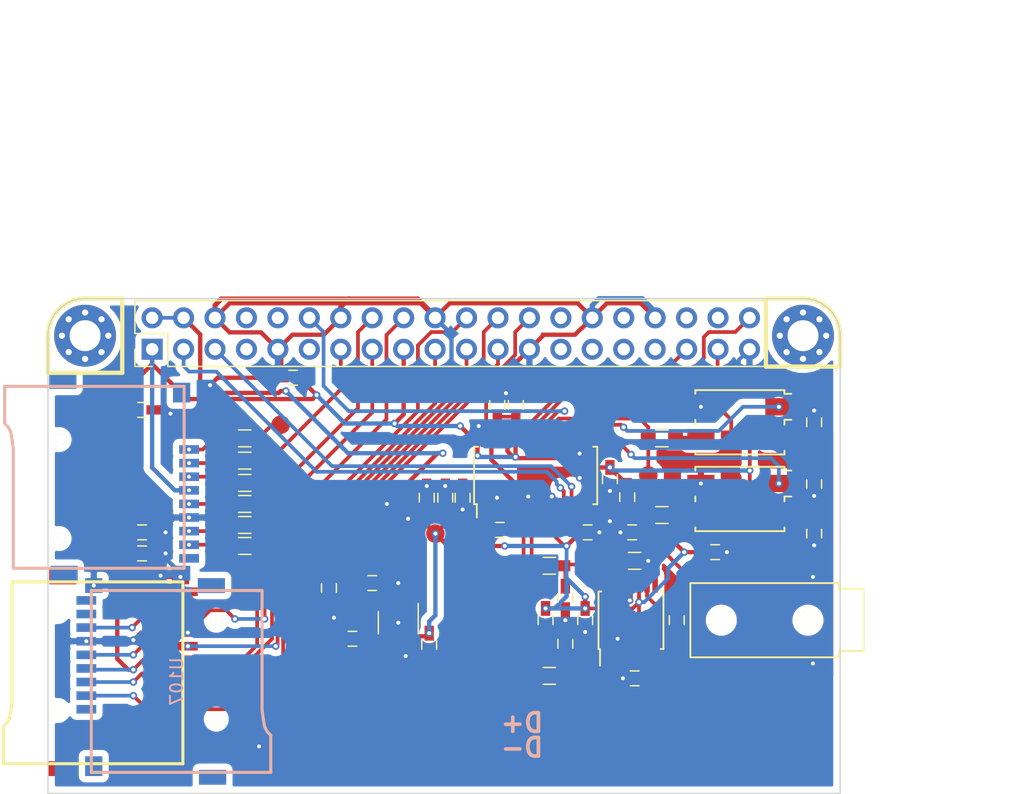
<source format=kicad_pcb>
(kicad_pcb (version 4) (host pcbnew 4.0.6)
  (title_block (title "Raspberry Pi Hat Template") (date 2015-12-24) (rev 0.1) (company OpenFet) (comment 1 "Author: Julien") (comment 2 "License: CERN OHL V1.2"))
  (layers (0 F.Cu signal) (31 B.Cu signal) (34 B.Paste user) (35 F.Paste user) (36 B.SilkS user) (37 F.SilkS user) (38 B.Mask user) (39 F.Mask user) (44 Edge.Cuts user))
  (net 0 "")
  (net 1 GND)
  (net 2 "Net-(C101-Pad1)")
  (net 3 "Net-(C103-Pad1)")
  (net 4 "Net-(C103-Pad2)")
  (net 5 /AVDD)
  (net 6 "Net-(C105-Pad2)")
  (net 7 VDD)
  (net 8 /BCK)
  (net 9 /LRCLK)
  (net 10 /DIN)
  (net 11 "Net-(R101-Pad1)")
  (net 12 "Net-(R102-Pad2)")
  (net 13 /24MHZ_EN)
  (net 14 /22MHZ_EN)
  (net 15 /SCK)
  (net 16 "Net-(R103-Pad1)")
  (net 17 "Net-(R104-Pad1)")
  (net 18 "Net-(C106-Pad1)")
  (net 19 "Net-(C107-Pad1)")
  (net 20 "Net-(C107-Pad2)")
  (net 21 /DAC_R)
  (net 22 /DAC_L)
  (net 23 /OUT_R)
  (net 24 /OUT_L)
  (net 25 "Net-(R107-Pad1)")
  (net 26 "Net-(C110-Pad1)")
  (net 27 /SDA)
  (net 28 /SCL)
  (net 29 /DAT3)
  (net 30 /CLK)
  (net 31 /CMD)
  (net 32 /DAT0)
  (net 33 /MOSI)
  (net 34 /MISO)
  (net 35 /DAT1)
  (net 36 /SCLK)
  (net 37 /~CE0)
  (net 38 /~CE1)
  (net 39 /DAT2)
  (net 40 "Net-(R105-Pad1)")
  (net 41 "Net-(R106-Pad1)")
  (net 42 "Net-(R108-Pad1)")
  (net 43 "Net-(R109-Pad1)")
  (net 44 "Net-(R110-Pad1)")
  (net 45 "Net-(R111-Pad1)")
  (net 46 /VBATT)
  (module Resistors_SMD:R_0603_HandSoldering (layer F.Cu) (at 179.1 89.4)
    (fp_text reference R107 hide)
    (fp_text value 470 hide)
    (pad 1 smd rect (at -1.1 0) (size 1.2 0.9) (layers F.Cu F.Paste F.Mask) (net 25 "Net-(R107-Pad1)"))
    (pad 2 smd rect (at 1.1 0) (size 1.2 0.9) (layers F.Cu F.Paste F.Mask) (net 1 GND))
  )
  (module Housings_SSOP:TSSOP-14_4.4x5mm_Pitch0.65mm (layer F.Cu) (at 178.8 94.2 90)
    (fp_text reference U103 hide)
    (fp_text value TPA6139A2 hide)
    (pad 1 smd rect (at -2.95 -1.95 90) (size 1.45 0.45) (layers F.Cu F.Paste F.Mask) (net 22 /DAC_L))
    (pad 2 smd rect (at -2.95 -1.3 90) (size 1.45 0.45) (layers F.Cu F.Paste F.Mask) (net 24 /OUT_L))
    (pad 3 smd rect (at -2.95 -0.65 90) (size 1.45 0.45) (layers F.Cu F.Paste F.Mask) (net 1 GND))
    (pad 4 smd rect (at -2.95 0 90) (size 1.45 0.45) (layers F.Cu F.Paste F.Mask) (net 5 /AVDD))
    (pad 5 smd rect (at -2.95 0.65 90) (size 1.45 0.45) (layers F.Cu F.Paste F.Mask) (net 18 "Net-(C106-Pad1)"))
    (pad 6 smd rect (at -2.95 1.3 90) (size 1.45 0.45) (layers F.Cu F.Paste F.Mask) (net 20 "Net-(C107-Pad2)"))
    (pad 7 smd rect (at -2.95 1.95 90) (size 1.45 0.45) (layers F.Cu F.Paste F.Mask))
    (pad 8 smd rect (at 2.95 1.95 90) (size 1.45 0.45) (layers F.Cu F.Paste F.Mask))
    (pad 9 smd rect (at 2.95 1.3 90) (size 1.45 0.45) (layers F.Cu F.Paste F.Mask) (net 19 "Net-(C107-Pad1)"))
    (pad 10 smd rect (at 2.95 0.65 90) (size 1.45 0.45) (layers F.Cu F.Paste F.Mask) (net 5 /AVDD))
    (pad 11 smd rect (at 2.95 0 90) (size 1.45 0.45) (layers F.Cu F.Paste F.Mask) (net 1 GND))
    (pad 12 smd rect (at 2.95 -0.65 90) (size 1.45 0.45) (layers F.Cu F.Paste F.Mask) (net 25 "Net-(R107-Pad1)"))
    (pad 13 smd rect (at 2.95 -1.3 90) (size 1.45 0.45) (layers F.Cu F.Paste F.Mask) (net 23 /OUT_R))
    (pad 14 smd rect (at 2.95 -1.95 90) (size 1.45 0.45) (layers F.Cu F.Paste F.Mask) (net 21 /DAC_R))
  )
  (module Housings_SSOP:TSSOP-28_4.4x9.7mm_Pitch0.65mm (layer F.Cu) (at 171.1 82.5 90)
    (fp_text reference U101 hide)
    (fp_text value PCM5122 hide)
    (pad 1 smd rect (at -2.85 -4.225 90) (size 1.1 0.4) (layers F.Cu F.Paste F.Mask) (net 5 /AVDD))
    (pad 2 smd rect (at -2.85 -3.575 90) (size 1.1 0.4) (layers F.Cu F.Paste F.Mask) (net 3 "Net-(C103-Pad1)"))
    (pad 3 smd rect (at -2.85 -2.925 90) (size 1.1 0.4) (layers F.Cu F.Paste F.Mask) (net 1 GND))
    (pad 4 smd rect (at -2.85 -2.275 90) (size 1.1 0.4) (layers F.Cu F.Paste F.Mask) (net 4 "Net-(C103-Pad2)"))
    (pad 5 smd rect (at -2.85 -1.625 90) (size 1.1 0.4) (layers F.Cu F.Paste F.Mask) (net 6 "Net-(C105-Pad2)"))
    (pad 6 smd rect (at -2.85 -0.975 90) (size 1.1 0.4) (layers F.Cu F.Paste F.Mask) (net 11 "Net-(R101-Pad1)"))
    (pad 7 smd rect (at -2.85 -0.325 90) (size 1.1 0.4) (layers F.Cu F.Paste F.Mask) (net 12 "Net-(R102-Pad2)"))
    (pad 8 smd rect (at -2.85 0.325 90) (size 1.1 0.4) (layers F.Cu F.Paste F.Mask) (net 5 /AVDD))
    (pad 9 smd rect (at -2.85 0.975 90) (size 1.1 0.4) (layers F.Cu F.Paste F.Mask) (net 1 GND))
    (pad 10 smd rect (at -2.85 1.625 90) (size 1.1 0.4) (layers F.Cu F.Paste F.Mask) (net 1 GND))
    (pad 11 smd rect (at -2.85 2.275 90) (size 1.1 0.4) (layers F.Cu F.Paste F.Mask) (net 27 /SDA))
    (pad 12 smd rect (at -2.85 2.925 90) (size 1.1 0.4) (layers F.Cu F.Paste F.Mask) (net 28 /SCL))
    (pad 13 smd rect (at -2.85 3.575 90) (size 1.1 0.4) (layers F.Cu F.Paste F.Mask))
    (pad 14 smd rect (at -2.85 4.225 90) (size 1.1 0.4) (layers F.Cu F.Paste F.Mask))
    (pad 15 smd rect (at 2.85 4.225 90) (size 1.1 0.4) (layers F.Cu F.Paste F.Mask) (net 13 /24MHZ_EN))
    (pad 16 smd rect (at 2.85 3.575 90) (size 1.1 0.4) (layers F.Cu F.Paste F.Mask) (net 1 GND))
    (pad 17 smd rect (at 2.85 2.925 90) (size 1.1 0.4) (layers F.Cu F.Paste F.Mask) (net 1 GND))
    (pad 18 smd rect (at 2.85 2.275 90) (size 1.1 0.4) (layers F.Cu F.Paste F.Mask) (net 7 VDD))
    (pad 19 smd rect (at 2.85 1.625 90) (size 1.1 0.4) (layers F.Cu F.Paste F.Mask) (net 14 /22MHZ_EN))
    (pad 20 smd rect (at 2.85 0.975 90) (size 1.1 0.4) (layers F.Cu F.Paste F.Mask) (net 15 /SCK))
    (pad 21 smd rect (at 2.85 0.325 90) (size 1.1 0.4) (layers F.Cu F.Paste F.Mask) (net 8 /BCK))
    (pad 22 smd rect (at 2.85 -0.325 90) (size 1.1 0.4) (layers F.Cu F.Paste F.Mask) (net 10 /DIN))
    (pad 23 smd rect (at 2.85 -0.975 90) (size 1.1 0.4) (layers F.Cu F.Paste F.Mask) (net 9 /LRCLK))
    (pad 24 smd rect (at 2.85 -1.625 90) (size 1.1 0.4) (layers F.Cu F.Paste F.Mask) (net 7 VDD))
    (pad 25 smd rect (at 2.85 -2.275 90) (size 1.1 0.4) (layers F.Cu F.Paste F.Mask) (net 7 VDD))
    (pad 26 smd rect (at 2.85 -2.925 90) (size 1.1 0.4) (layers F.Cu F.Paste F.Mask) (net 2 "Net-(C101-Pad1)"))
    (pad 27 smd rect (at 2.85 -3.575 90) (size 1.1 0.4) (layers F.Cu F.Paste F.Mask) (net 1 GND))
    (pad 28 smd rect (at 2.85 -4.225 90) (size 1.1 0.4) (layers F.Cu F.Paste F.Mask) (net 7 VDD))
  )
  (module crystals:Crystal_SMD_7050_4Pads (layer F.Cu) (at 187.6 84.4 180)
    (fp_text reference X101 hide)
    (fp_text value 24.576MHz hide)
    (pad 1 smd rect (at -3.15 1.25 180) (size 2.2 1.4) (layers F.Cu F.Paste F.Mask) (net 13 /24MHZ_EN))
    (pad 2 smd rect (at 3.15 1.25 180) (size 2.2 1.4) (layers F.Cu F.Paste F.Mask) (net 1 GND))
    (pad 3 smd rect (at 3.15 -1.25 180) (size 2.2 1.4) (layers F.Cu F.Paste F.Mask) (net 16 "Net-(R103-Pad1)"))
    (pad 4 smd rect (at -3.15 -1.25 180) (size 2.2 1.4) (layers F.Cu F.Paste F.Mask) (net 7 VDD))
  )
  (module crystals:Crystal_SMD_7050_4Pads (layer F.Cu) (at 187.6 78.2 180)
    (fp_text reference X102 hide)
    (fp_text value 22.5792MHz hide)
    (pad 1 smd rect (at -3.15 1.25 180) (size 2.2 1.4) (layers F.Cu F.Paste F.Mask) (net 14 /22MHZ_EN))
    (pad 2 smd rect (at 3.15 1.25 180) (size 2.2 1.4) (layers F.Cu F.Paste F.Mask) (net 1 GND))
    (pad 3 smd rect (at 3.15 -1.25 180) (size 2.2 1.4) (layers F.Cu F.Paste F.Mask) (net 17 "Net-(R104-Pad1)"))
    (pad 4 smd rect (at -3.15 -1.25 180) (size 2.2 1.4) (layers F.Cu F.Paste F.Mask) (net 7 VDD))
  )
  (module Connect:PJ311_6pin_3.5mm_SMD_Jack (layer F.Cu) (at 188.8 94.2 270)
    (fp_text reference J102 hide)
    (fp_text value JACK_TRS_6PINS hide)
    (pad 6 smd rect (at -3.5 4.2 270) (size 2 1.5) (layers F.Cu F.Paste F.Mask) (net 23 /OUT_R))
    (pad 3 smd rect (at -3.5 -1.3 270) (size 2 1.5) (layers F.Cu F.Paste F.Mask) (net 23 /OUT_R))
    (pad 1 smd rect (at -3.5 -4.7 270) (size 2 1.5) (layers F.Cu F.Paste F.Mask) (net 1 GND))
    (pad 5 smd rect (at 3.5 4.7 270) (size 2 1.5) (layers F.Cu F.Paste F.Mask) (net 24 /OUT_L))
    (pad 4 smd rect (at 3.5 2.5 270) (size 2 1.5) (layers F.Cu F.Paste F.Mask) (net 24 /OUT_L))
    (pad "" np_thru_hole circle (at 0 -4.3 270) (size 1.5 1.5) (drill 1.5) (layers *.Cu *.Mask F.SilkS))
    (pad "" np_thru_hole circle (at 0 2.7 270) (size 1.5 1.5) (drill 1.5) (layers *.Cu *.Mask F.SilkS))
    (pad 2 smd rect (at 3.5 -4.7 270) (size 2 1.5) (layers F.Cu F.Paste F.Mask) (net 1 GND))
  )
  (module TO_SOT_Packages_SMD:SOT-23-5 (layer F.Cu) (at 160 94.4 270)
    (fp_text reference U104 hide)
    (fp_text value LD3985G hide)
    (pad 1 smd rect (at -1.1 -0.95 270) (size 1.06 0.65) (layers F.Cu F.Paste F.Mask) (net 46 /VBATT))
    (pad 2 smd rect (at -1.1 0 270) (size 1.06 0.65) (layers F.Cu F.Paste F.Mask) (net 1 GND))
    (pad 3 smd rect (at -1.1 0.95 270) (size 1.06 0.65) (layers F.Cu F.Paste F.Mask) (net 46 /VBATT))
    (pad 4 smd rect (at 1.1 0.95 270) (size 1.06 0.65) (layers F.Cu F.Paste F.Mask) (net 26 "Net-(C110-Pad1)"))
    (pad 5 smd rect (at 1.1 -0.95 270) (size 1.06 0.65) (layers F.Cu F.Paste F.Mask) (net 5 /AVDD))
  )
  (module Mounting_Holes:MountingHole_2.5mm_Pad_Via (layer F.Cu) (at 192.7 71.2)
    (fp_text reference P102 hide)
    (fp_text value CONN_01X01 hide)
    (pad 1 thru_hole circle (at 0 0) (size 5 5) (drill 2.5) (layers *.Cu *.Mask))
    (pad "" thru_hole circle (at 1.875 0) (size 0.6 0.6) (drill 0.5) (layers *.Cu *.Mask))
    (pad "" thru_hole circle (at 1.325825 1.325825) (size 0.6 0.6) (drill 0.5) (layers *.Cu *.Mask))
    (pad "" thru_hole circle (at 0 1.875) (size 0.6 0.6) (drill 0.5) (layers *.Cu *.Mask))
    (pad "" thru_hole circle (at -1.325825 1.325825) (size 0.6 0.6) (drill 0.5) (layers *.Cu *.Mask))
    (pad "" thru_hole circle (at -1.875 0) (size 0.6 0.6) (drill 0.5) (layers *.Cu *.Mask))
    (pad "" thru_hole circle (at -1.325825 -1.325825) (size 0.6 0.6) (drill 0.5) (layers *.Cu *.Mask))
    (pad "" thru_hole circle (at 0 -1.875) (size 0.6 0.6) (drill 0.5) (layers *.Cu *.Mask))
    (pad "" thru_hole circle (at 1.325825 -1.325825) (size 0.6 0.6) (drill 0.5) (layers *.Cu *.Mask))
  )
  (module Mounting_Holes:MountingHole_2.5mm_Pad_Via (layer F.Cu) (at 134.7 71.2)
    (fp_text reference P104 hide)
    (fp_text value CONN_01X01 hide)
    (pad 1 thru_hole circle (at 0 0) (size 5 5) (drill 2.5) (layers *.Cu *.Mask))
    (pad "" thru_hole circle (at 1.875 0) (size 0.6 0.6) (drill 0.5) (layers *.Cu *.Mask))
    (pad "" thru_hole circle (at 1.325825 1.325825) (size 0.6 0.6) (drill 0.5) (layers *.Cu *.Mask))
    (pad "" thru_hole circle (at 0 1.875) (size 0.6 0.6) (drill 0.5) (layers *.Cu *.Mask))
    (pad "" thru_hole circle (at -1.325825 1.325825) (size 0.6 0.6) (drill 0.5) (layers *.Cu *.Mask))
    (pad "" thru_hole circle (at -1.875 0) (size 0.6 0.6) (drill 0.5) (layers *.Cu *.Mask))
    (pad "" thru_hole circle (at -1.325825 -1.325825) (size 0.6 0.6) (drill 0.5) (layers *.Cu *.Mask))
    (pad "" thru_hole circle (at 0 -1.875) (size 0.6 0.6) (drill 0.5) (layers *.Cu *.Mask))
    (pad "" thru_hole circle (at 1.325825 -1.325825) (size 0.6 0.6) (drill 0.5) (layers *.Cu *.Mask))
  )
  (module Measurement_Points:Measurement_Point_Round-SMD-Pad_Small (layer F.Cu) (at 180.2 82.5)
    (fp_text reference W101 hide)
    (fp_text value CLK hide)
    (pad 1 smd circle (at 0 0) (size 1.5 1.5) (layers F.Cu F.Mask) (net 15 /SCK))
  )
  (module Measurement_Points:Measurement_Point_Round-SMD-Pad_Small (layer F.Cu) (at 163 87.2)
    (fp_text reference W102 hide)
    (fp_text value 3.3V hide)
    (pad 1 smd circle (at 0 0) (size 1.5 1.5) (layers F.Cu F.Mask) (net 5 /AVDD))
  )
  (module Measurement_Points:Measurement_Point_Round-SMD-Pad_Small (layer F.Cu) (at 175.3 98.6)
    (fp_text reference W103 hide)
    (fp_text value L hide)
    (pad 1 smd circle (at 0 0) (size 1.5 1.5) (layers F.Cu F.Mask) (net 22 /DAC_L))
  )
  (module Measurement_Points:Measurement_Point_Round-SMD-Pad_Small (layer F.Cu) (at 175.3 89.7)
    (fp_text reference W104 hide)
    (fp_text value R hide)
    (pad 1 smd circle (at 0 0) (size 1.5 1.5) (layers F.Cu F.Mask) (net 21 /DAC_R))
  )
  (module Capacitors_SMD:C_0603_HandSoldering (layer F.Cu) (at 168 76.8 90)
    (fp_text reference C101 hide)
    (fp_text value 0.1u hide)
    (pad 1 smd rect (at -0.95 0 90) (size 1.2 0.75) (layers F.Cu F.Paste F.Mask) (net 2 "Net-(C101-Pad1)"))
    (pad 2 smd rect (at 0.95 0 90) (size 1.2 0.75) (layers F.Cu F.Paste F.Mask) (net 1 GND))
  )
  (module Capacitors_SMD:C_0603_HandSoldering (layer F.Cu) (at 169.5 76.8 90)
    (fp_text reference C102 hide)
    (fp_text value 0.1u hide)
    (pad 1 smd rect (at -0.95 0 90) (size 1.2 0.75) (layers F.Cu F.Paste F.Mask) (net 2 "Net-(C101-Pad1)"))
    (pad 2 smd rect (at 0.95 0 90) (size 1.2 0.75) (layers F.Cu F.Paste F.Mask) (net 1 GND))
  )
  (module Capacitors_SMD:C_0603_HandSoldering (layer F.Cu) (at 168.2 86.9)
    (fp_text reference C103 hide)
    (fp_text value 2.2uF hide)
    (pad 1 smd rect (at -0.95 0) (size 1.2 0.75) (layers F.Cu F.Paste F.Mask) (net 3 "Net-(C103-Pad1)"))
    (pad 2 smd rect (at 0.95 0) (size 1.2 0.75) (layers F.Cu F.Paste F.Mask) (net 4 "Net-(C103-Pad2)"))
  )
  (module Capacitors_SMD:C_0603_HandSoldering (layer F.Cu) (at 178.9 87.1 180)
    (fp_text reference C104 hide)
    (fp_text value 2.2uF hide)
    (pad 1 smd rect (at -0.95 0 180) (size 1.2 0.75) (layers F.Cu F.Paste F.Mask) (net 5 /AVDD))
    (pad 2 smd rect (at 0.95 0 180) (size 1.2 0.75) (layers F.Cu F.Paste F.Mask) (net 1 GND))
  )
  (module Capacitors_SMD:C_0603_HandSoldering (layer F.Cu) (at 165.2 84.3 90)
    (fp_text reference C105 hide)
    (fp_text value 2.2uF hide)
    (pad 1 smd rect (at -0.95 0 90) (size 1.2 0.75) (layers F.Cu F.Paste F.Mask) (net 1 GND))
    (pad 2 smd rect (at 0.95 0 90) (size 1.2 0.75) (layers F.Cu F.Paste F.Mask) (net 6 "Net-(C105-Pad2)"))
  )
  (module Capacitors_SMD:C_0603_HandSoldering (layer F.Cu) (at 179.1 98.9 180)
    (fp_text reference C106 hide)
    (fp_text value 0.1u hide)
    (pad 1 smd rect (at -0.95 0 180) (size 1.2 0.75) (layers F.Cu F.Paste F.Mask) (net 18 "Net-(C106-Pad1)"))
    (pad 2 smd rect (at 0.95 0 180) (size 1.2 0.75) (layers F.Cu F.Paste F.Mask) (net 1 GND))
  )
  (module Capacitors_SMD:C_0603_HandSoldering (layer F.Cu) (at 182.5 94.2 270)
    (fp_text reference C107 hide)
    (fp_text value 0.1u hide)
    (pad 1 smd rect (at -0.95 0 270) (size 1.2 0.75) (layers F.Cu F.Paste F.Mask) (net 19 "Net-(C107-Pad1)"))
    (pad 2 smd rect (at 0.95 0 270) (size 1.2 0.75) (layers F.Cu F.Paste F.Mask) (net 20 "Net-(C107-Pad2)"))
  )
  (module Capacitors_SMD:C_0603_HandSoldering (layer F.Cu) (at 173.5 92.4 90)
    (fp_text reference C108 hide)
    (fp_text value -)
    (pad 1 smd rect (at -0.95 0 90) (size 1.2 0.75) (layers F.Cu F.Paste F.Mask) (net 1 GND))
    (pad 2 smd rect (at 0.95 0 90) (size 1.2 0.75) (layers F.Cu F.Paste F.Mask) (net 21 /DAC_R))
  )
  (module Capacitors_SMD:C_0603_HandSoldering (layer F.Cu) (at 173.5 96.1 90)
    (fp_text reference C109 hide)
    (fp_text value -)
    (pad 1 smd rect (at -0.95 0 90) (size 1.2 0.75) (layers F.Cu F.Paste F.Mask) (net 22 /DAC_L))
    (pad 2 smd rect (at 0.95 0 90) (size 1.2 0.75) (layers F.Cu F.Paste F.Mask) (net 1 GND))
  )
  (module Capacitors_SMD:C_0603_HandSoldering (layer F.Cu) (at 156.3 95.7 180)
    (fp_text reference C110 hide)
    (fp_text value 0.1u hide)
    (pad 1 smd rect (at -0.95 0 180) (size 1.2 0.75) (layers F.Cu F.Paste F.Mask) (net 26 "Net-(C110-Pad1)"))
    (pad 2 smd rect (at 0.95 0 180) (size 1.2 0.75) (layers F.Cu F.Paste F.Mask) (net 1 GND))
  )
  (module Capacitors_SMD:C_0603_HandSoldering (layer F.Cu) (at 162.5 96.2 270)
    (fp_text reference C111 hide)
    (fp_text value 0.1u hide)
    (pad 1 smd rect (at -0.95 0 270) (size 1.2 0.75) (layers F.Cu F.Paste F.Mask) (net 5 /AVDD))
    (pad 2 smd rect (at 0.95 0 270) (size 1.2 0.75) (layers F.Cu F.Paste F.Mask) (net 1 GND))
  )
  (module Capacitors_SMD:C_0603_HandSoldering (layer F.Cu) (at 163.8 84.3 90)
    (fp_text reference C112 hide)
    (fp_text value 0.1u hide)
    (pad 1 smd rect (at -0.95 0 90) (size 1.2 0.75) (layers F.Cu F.Paste F.Mask) (net 5 /AVDD))
    (pad 2 smd rect (at 0.95 0 90) (size 1.2 0.75) (layers F.Cu F.Paste F.Mask) (net 1 GND))
  )
  (module Capacitors_SMD:C_0603_HandSoldering (layer F.Cu) (at 171.9 94.2 270)
    (fp_text reference C113 hide)
    (fp_text value 0.1u hide)
    (pad 1 smd rect (at -0.95 0 270) (size 1.2 0.75) (layers F.Cu F.Paste F.Mask) (net 5 /AVDD))
    (pad 2 smd rect (at 0.95 0 270) (size 1.2 0.75) (layers F.Cu F.Paste F.Mask) (net 1 GND))
  )
  (module Capacitors_SMD:C_0603_HandSoldering (layer F.Cu) (at 193.6 78.2 90)
    (fp_text reference C114 hide)
    (fp_text value 0.1u hide)
    (pad 1 smd rect (at -0.95 0 90) (size 1.2 0.75) (layers F.Cu F.Paste F.Mask) (net 7 VDD))
    (pad 2 smd rect (at 0.95 0 90) (size 1.2 0.75) (layers F.Cu F.Paste F.Mask) (net 1 GND))
  )
  (module Capacitors_SMD:C_0603_HandSoldering (layer F.Cu) (at 193.6 87.2 270)
    (fp_text reference C115 hide)
    (fp_text value 0.1u hide)
    (pad 1 smd rect (at -0.95 0 270) (size 1.2 0.75) (layers F.Cu F.Paste F.Mask) (net 7 VDD))
    (pad 2 smd rect (at 0.95 0 270) (size 1.2 0.75) (layers F.Cu F.Paste F.Mask) (net 1 GND))
  )
  (module Capacitors_SMD:C_0603_HandSoldering (layer F.Cu) (at 177.1 82.8 270)
    (fp_text reference C116 hide)
    (fp_text value 0.1u hide)
    (pad 1 smd rect (at -0.95 0 270) (size 1.2 0.75) (layers F.Cu F.Paste F.Mask) (net 7 VDD))
    (pad 2 smd rect (at 0.95 0 270) (size 1.2 0.75) (layers F.Cu F.Paste F.Mask) (net 1 GND))
  )
  (module Capacitors_SMD:C_0603_HandSoldering (layer F.Cu) (at 162.3 84.3 90)
    (fp_text reference C117 hide)
    (fp_text value 0.1u hide)
    (pad 1 smd rect (at -0.95 0 90) (size 1.2 0.75) (layers F.Cu F.Paste F.Mask) (net 5 /AVDD))
    (pad 2 smd rect (at 0.95 0 90) (size 1.2 0.75) (layers F.Cu F.Paste F.Mask) (net 1 GND))
  )
  (module Capacitors_SMD:C_0603_HandSoldering (layer F.Cu) (at 154.4 91.6 270)
    (fp_text reference C118 hide)
    (fp_text value 0.1u hide)
    (pad 1 smd rect (at -0.95 0 270) (size 1.2 0.75) (layers F.Cu F.Paste F.Mask) (net 46 /VBATT))
    (pad 2 smd rect (at 0.95 0 270) (size 1.2 0.75) (layers F.Cu F.Paste F.Mask) (net 1 GND))
  )
  (module Capacitors_SMD:C_0603_HandSoldering (layer F.Cu) (at 175.1 94.2 270)
    (fp_text reference C119 hide)
    (fp_text value 0.1u hide)
    (pad 1 smd rect (at -0.95 0 270) (size 1.2 0.75) (layers F.Cu F.Paste F.Mask) (net 5 /AVDD))
    (pad 2 smd rect (at 0.95 0 270) (size 1.2 0.75) (layers F.Cu F.Paste F.Mask) (net 1 GND))
  )
  (module Pin_Headers:Pin_Header_Straight_2x20_Pitch2.54mm (layer F.Cu) (at 140.116 72.296 90)
    (fp_text reference J101 hide)
    (fp_text value RaspberryPi hide)
    (pad 1 thru_hole rect (at 0 0 90) (size 1.7 1.7) (drill 1) (layers *.Cu *.Mask) (net 7 VDD))
    (pad 2 thru_hole oval (at 2.54 0 90) (size 1.7 1.7) (drill 1) (layers *.Cu *.Mask) (net 46 /VBATT))
    (pad 3 thru_hole oval (at 0 2.54 90) (size 1.7 1.7) (drill 1) (layers *.Cu *.Mask) (net 27 /SDA))
    (pad 4 thru_hole oval (at 2.54 2.54 90) (size 1.7 1.7) (drill 1) (layers *.Cu *.Mask) (net 46 /VBATT))
    (pad 5 thru_hole oval (at 0 5.08 90) (size 1.7 1.7) (drill 1) (layers *.Cu *.Mask) (net 28 /SCL))
    (pad 6 thru_hole oval (at 2.54 5.08 90) (size 1.7 1.7) (drill 1) (layers *.Cu *.Mask) (net 1 GND))
    (pad 7 thru_hole oval (at 0 7.62 90) (size 1.7 1.7) (drill 1) (layers *.Cu *.Mask))
    (pad 8 thru_hole oval (at 2.54 7.62 90) (size 1.7 1.7) (drill 1) (layers *.Cu *.Mask))
    (pad 9 thru_hole oval (at 0 10.16 90) (size 1.7 1.7) (drill 1) (layers *.Cu *.Mask) (net 1 GND))
    (pad 10 thru_hole oval (at 2.54 10.16 90) (size 1.7 1.7) (drill 1) (layers *.Cu *.Mask))
    (pad 11 thru_hole oval (at 0 12.7 90) (size 1.7 1.7) (drill 1) (layers *.Cu *.Mask))
    (pad 12 thru_hole oval (at 2.54 12.7 90) (size 1.7 1.7) (drill 1) (layers *.Cu *.Mask) (net 8 /BCK))
    (pad 13 thru_hole oval (at 0 15.24 90) (size 1.7 1.7) (drill 1) (layers *.Cu *.Mask) (net 29 /DAT3))
    (pad 14 thru_hole oval (at 2.54 15.24 90) (size 1.7 1.7) (drill 1) (layers *.Cu *.Mask) (net 1 GND))
    (pad 15 thru_hole oval (at 0 17.78 90) (size 1.7 1.7) (drill 1) (layers *.Cu *.Mask) (net 30 /CLK))
    (pad 16 thru_hole oval (at 2.54 17.78 90) (size 1.7 1.7) (drill 1) (layers *.Cu *.Mask) (net 31 /CMD))
    (pad 17 thru_hole oval (at 0 20.32 90) (size 1.7 1.7) (drill 1) (layers *.Cu *.Mask) (net 7 VDD))
    (pad 18 thru_hole oval (at 2.54 20.32 90) (size 1.7 1.7) (drill 1) (layers *.Cu *.Mask) (net 32 /DAT0))
    (pad 19 thru_hole oval (at 0 22.86 90) (size 1.7 1.7) (drill 1) (layers *.Cu *.Mask) (net 33 /MOSI))
    (pad 20 thru_hole oval (at 2.54 22.86 90) (size 1.7 1.7) (drill 1) (layers *.Cu *.Mask) (net 1 GND))
    (pad 21 thru_hole oval (at 0 25.4 90) (size 1.7 1.7) (drill 1) (layers *.Cu *.Mask) (net 34 /MISO))
    (pad 22 thru_hole oval (at 2.54 25.4 90) (size 1.7 1.7) (drill 1) (layers *.Cu *.Mask) (net 35 /DAT1))
    (pad 23 thru_hole oval (at 0 27.94 90) (size 1.7 1.7) (drill 1) (layers *.Cu *.Mask) (net 36 /SCLK))
    (pad 24 thru_hole oval (at 2.54 27.94 90) (size 1.7 1.7) (drill 1) (layers *.Cu *.Mask) (net 37 /~CE0))
    (pad 25 thru_hole oval (at 0 30.48 90) (size 1.7 1.7) (drill 1) (layers *.Cu *.Mask) (net 1 GND))
    (pad 26 thru_hole oval (at 2.54 30.48 90) (size 1.7 1.7) (drill 1) (layers *.Cu *.Mask) (net 38 /~CE1))
    (pad 27 thru_hole oval (at 0 33.02 90) (size 1.7 1.7) (drill 1) (layers *.Cu *.Mask))
    (pad 28 thru_hole oval (at 2.54 33.02 90) (size 1.7 1.7) (drill 1) (layers *.Cu *.Mask))
    (pad 29 thru_hole oval (at 0 35.56 90) (size 1.7 1.7) (drill 1) (layers *.Cu *.Mask))
    (pad 30 thru_hole oval (at 2.54 35.56 90) (size 1.7 1.7) (drill 1) (layers *.Cu *.Mask) (net 1 GND))
    (pad 31 thru_hole oval (at 0 38.1 90) (size 1.7 1.7) (drill 1) (layers *.Cu *.Mask))
    (pad 32 thru_hole oval (at 2.54 38.1 90) (size 1.7 1.7) (drill 1) (layers *.Cu *.Mask))
    (pad 33 thru_hole oval (at 0 40.64 90) (size 1.7 1.7) (drill 1) (layers *.Cu *.Mask))
    (pad 34 thru_hole oval (at 2.54 40.64 90) (size 1.7 1.7) (drill 1) (layers *.Cu *.Mask) (net 1 GND))
    (pad 35 thru_hole oval (at 0 43.18 90) (size 1.7 1.7) (drill 1) (layers *.Cu *.Mask) (net 9 /LRCLK))
    (pad 36 thru_hole oval (at 2.54 43.18 90) (size 1.7 1.7) (drill 1) (layers *.Cu *.Mask))
    (pad 37 thru_hole oval (at 0 45.72 90) (size 1.7 1.7) (drill 1) (layers *.Cu *.Mask) (net 39 /DAT2))
    (pad 38 thru_hole oval (at 2.54 45.72 90) (size 1.7 1.7) (drill 1) (layers *.Cu *.Mask))
    (pad 39 thru_hole oval (at 0 48.26 90) (size 1.7 1.7) (drill 1) (layers *.Cu *.Mask) (net 1 GND))
    (pad 40 thru_hole oval (at 2.54 48.26 90) (size 1.7 1.7) (drill 1) (layers *.Cu *.Mask) (net 10 /DIN))
  )
  (module Resistors_SMD:R_0603_HandSoldering (layer F.Cu) (at 172.2 98.7)
    (fp_text reference R101 hide)
    (fp_text value 470 hide)
    (pad 1 smd rect (at -1.1 0) (size 1.2 0.9) (layers F.Cu F.Paste F.Mask) (net 11 "Net-(R101-Pad1)"))
    (pad 2 smd rect (at 1.1 0) (size 1.2 0.9) (layers F.Cu F.Paste F.Mask) (net 22 /DAC_L))
  )
  (module Resistors_SMD:R_0603_HandSoldering (layer F.Cu) (at 172.2 89.8 180)
    (fp_text reference R102 hide)
    (fp_text value 470 hide)
    (pad 1 smd rect (at -1.1 0 180) (size 1.2 0.9) (layers F.Cu F.Paste F.Mask) (net 21 /DAC_R))
    (pad 2 smd rect (at 1.1 0 180) (size 1.2 0.9) (layers F.Cu F.Paste F.Mask) (net 12 "Net-(R102-Pad2)"))
  )
  (module Resistors_SMD:R_0603_HandSoldering (layer F.Cu) (at 181.3 85.7 180)
    (fp_text reference R103 hide)
    (fp_text value 470 hide)
    (pad 1 smd rect (at -1.1 0 180) (size 1.2 0.9) (layers F.Cu F.Paste F.Mask) (net 16 "Net-(R103-Pad1)"))
    (pad 2 smd rect (at 1.1 0 180) (size 1.2 0.9) (layers F.Cu F.Paste F.Mask) (net 15 /SCK))
  )
  (module Resistors_SMD:R_0603_HandSoldering (layer F.Cu) (at 181.3 79.5 180)
    (fp_text reference R104 hide)
    (fp_text value 470 hide)
    (pad 1 smd rect (at -1.1 0 180) (size 1.2 0.9) (layers F.Cu F.Paste F.Mask) (net 17 "Net-(R104-Pad1)"))
    (pad 2 smd rect (at 1.1 0 180) (size 1.2 0.9) (layers F.Cu F.Paste F.Mask) (net 15 /SCK))
  )
  (module Resistors_SMD:R_0603_HandSoldering (layer F.Cu) (at 147.6 84.8)
    (fp_text reference R105 hide)
    (fp_text value 33 hide)
    (pad 1 smd rect (at -1.1 0) (size 1.2 0.9) (layers F.Cu F.Paste F.Mask) (net 40 "Net-(R105-Pad1)"))
    (pad 2 smd rect (at 1.1 0) (size 1.2 0.9) (layers F.Cu F.Paste F.Mask) (net 30 /CLK))
  )
  (module Resistors_SMD:R_0603_HandSoldering (layer F.Cu) (at 147.6 88.2)
    (fp_text reference R106 hide)
    (fp_text value 33R hide)
    (pad 1 smd rect (at -1.1 0) (size 1.2 0.9) (layers F.Cu F.Paste F.Mask) (net 41 "Net-(R106-Pad1)"))
    (pad 2 smd rect (at 1.1 0) (size 1.2 0.9) (layers F.Cu F.Paste F.Mask) (net 35 /DAT1))
  )
  (module Resistors_SMD:R_0603_HandSoldering (layer F.Cu) (at 147.6 81.3)
    (fp_text reference R108 hide)
    (fp_text value 33R hide)
    (pad 1 smd rect (at -1.1 0) (size 1.2 0.9) (layers F.Cu F.Paste F.Mask) (net 42 "Net-(R108-Pad1)"))
    (pad 2 smd rect (at 1.1 0) (size 1.2 0.9) (layers F.Cu F.Paste F.Mask) (net 29 /DAT3))
  )
  (module Resistors_SMD:R_0603_HandSoldering (layer F.Cu) (at 147.6 83.1)
    (fp_text reference R109 hide)
    (fp_text value 33 hide)
    (pad 1 smd rect (at -1.1 0) (size 1.2 0.9) (layers F.Cu F.Paste F.Mask) (net 43 "Net-(R109-Pad1)"))
    (pad 2 smd rect (at 1.1 0) (size 1.2 0.9) (layers F.Cu F.Paste F.Mask) (net 31 /CMD))
  )
  (module Resistors_SMD:R_0603_HandSoldering (layer F.Cu) (at 147.6 86.5)
    (fp_text reference R110 hide)
    (fp_text value 33R hide)
    (pad 1 smd rect (at -1.1 0) (size 1.2 0.9) (layers F.Cu F.Paste F.Mask) (net 44 "Net-(R110-Pad1)"))
    (pad 2 smd rect (at 1.1 0) (size 1.2 0.9) (layers F.Cu F.Paste F.Mask) (net 32 /DAT0))
  )
  (module Resistors_SMD:R_0603_HandSoldering (layer F.Cu) (at 147.6 79.5)
    (fp_text reference R111 hide)
    (fp_text value 33R hide)
    (pad 1 smd rect (at -1.1 0) (size 1.2 0.9) (layers F.Cu F.Paste F.Mask) (net 45 "Net-(R111-Pad1)"))
    (pad 2 smd rect (at 1.1 0) (size 1.2 0.9) (layers F.Cu F.Paste F.Mask) (net 39 /DAT2))
  )
  (module crystals:GCT-MEM2055-00-190-01-A (layer B.Cu) (at 143.9 82.65 270)
    (fp_text reference U105 hide)
    (fp_text value Micro_SD_SDIO hide)
    (pad 8 smd rect (at 5.45 0.8 270) (size 0.7 1.6) (layers B.Cu B.Paste B.Mask) (net 41 "Net-(R106-Pad1)"))
    (pad 7 smd rect (at 4.35 0.8 270) (size 0.7 1.6) (layers B.Cu B.Paste B.Mask) (net 44 "Net-(R110-Pad1)"))
    (pad 6 smd rect (at 3.25 0.8 270) (size 0.7 1.6) (layers B.Cu B.Paste B.Mask) (net 1 GND))
    (pad 5 smd rect (at 2.15 0.8 270) (size 0.7 1.6) (layers B.Cu B.Paste B.Mask) (net 40 "Net-(R105-Pad1)"))
    (pad 4 smd rect (at 1.05 0.8 270) (size 0.7 1.6) (layers B.Cu B.Paste B.Mask) (net 7 VDD))
    (pad 3 smd rect (at -0.05 0.8 270) (size 0.7 1.6) (layers B.Cu B.Paste B.Mask) (net 43 "Net-(R109-Pad1)"))
    (pad 2 smd rect (at -1.15 0.8 270) (size 0.7 1.6) (layers B.Cu B.Paste B.Mask) (net 42 "Net-(R108-Pad1)"))
    (pad 1 smd rect (at -2.25 0.8 270) (size 0.7 1.6) (layers B.Cu B.Paste B.Mask) (net 45 "Net-(R111-Pad1)"))
    (pad 10 smd rect (at 7.75 1.4 270) (size 1.2 1.4) (layers B.Cu B.Paste B.Mask) (net 1 GND))
    (pad "" smd rect (at -6.85 1.4 270) (size 1.6 1.4) (layers B.Cu B.Paste B.Mask))
    (pad ~ smd rect (at -7.75 11 90) (size 1.2 2.2) (layers B.Cu B.Paste B.Mask))
    (pad "" smd rect (at 7.75 10.9 90) (size 1.2 2.2) (layers B.Cu B.Paste B.Mask))
    (pad 9 smd rect (at 6.55 0.8 270) (size 0.7 1.6) (layers B.Cu B.Paste B.Mask))
    (pad "" np_thru_hole circle (at 4.95 11.3 90) (size 1 1) (drill 1) (layers *.Cu *.Mask B.SilkS))
    (pad "" np_thru_hole circle (at -3.05 11.3 90) (size 1 1) (drill 1) (layers *.Cu *.Mask B.SilkS))
  )
  (module crystals:GCT-MEM2055-00-190-01-A (layer F.Cu) (at 143.8 98.45 90)
    (fp_text reference U106 hide)
    (fp_text value MicroSD_SPI_CD hide)
    (pad 8 smd rect (at 5.45 -0.8 90) (size 0.7 1.6) (layers F.Cu F.Paste F.Mask))
    (pad 7 smd rect (at 4.35 -0.8 90) (size 0.7 1.6) (layers F.Cu F.Paste F.Mask) (net 34 /MISO))
    (pad 6 smd rect (at 3.25 -0.8 90) (size 0.7 1.6) (layers F.Cu F.Paste F.Mask) (net 1 GND))
    (pad 5 smd rect (at 2.15 -0.8 90) (size 0.7 1.6) (layers F.Cu F.Paste F.Mask) (net 36 /SCLK))
    (pad 4 smd rect (at 1.05 -0.8 90) (size 0.7 1.6) (layers F.Cu F.Paste F.Mask) (net 7 VDD))
    (pad 3 smd rect (at -0.05 -0.8 90) (size 0.7 1.6) (layers F.Cu F.Paste F.Mask) (net 33 /MOSI))
    (pad 2 smd rect (at -1.15 -0.8 90) (size 0.7 1.6) (layers F.Cu F.Paste F.Mask) (net 37 /~CE0))
    (pad 1 smd rect (at -2.25 -0.8 90) (size 0.7 1.6) (layers F.Cu F.Paste F.Mask))
    (pad 10 smd rect (at 7.75 -1.4 90) (size 1.2 1.4) (layers F.Cu F.Paste F.Mask) (net 1 GND))
    (pad "" smd rect (at -6.85 -1.4 90) (size 1.6 1.4) (layers F.Cu F.Paste F.Mask))
    (pad ~ smd rect (at -7.75 -11 270) (size 1.2 2.2) (layers F.Cu F.Paste F.Mask))
    (pad "" smd rect (at 7.75 -10.9 270) (size 1.2 2.2) (layers F.Cu F.Paste F.Mask))
    (pad 9 smd rect (at 6.55 -0.8 90) (size 0.7 1.6) (layers F.Cu F.Paste F.Mask))
    (pad "" np_thru_hole circle (at 4.95 -11.3 270) (size 1 1) (drill 1) (layers *.Cu *.Mask F.SilkS))
    (pad "" np_thru_hole circle (at -3.05 -11.3 270) (size 1 1) (drill 1) (layers *.Cu *.Mask F.SilkS))
  )
  (module crystals:GCT-MEM2055-00-190-01-A (layer B.Cu) (at 134 99.15 90)
    (fp_text reference U107 (at 0 8.1 90) (layer B.SilkS) (effects (justify mirror)))
    (fp_text value MicroSD_SPI_CD hide)
    (pad 8 smd rect (at 5.45 0.8 90) (size 0.7 1.6) (layers B.Cu B.Paste B.Mask))
    (pad 7 smd rect (at 4.35 0.8 90) (size 0.7 1.6) (layers B.Cu B.Paste B.Mask) (net 34 /MISO))
    (pad 6 smd rect (at 3.25 0.8 90) (size 0.7 1.6) (layers B.Cu B.Paste B.Mask) (net 1 GND))
    (pad 5 smd rect (at 2.15 0.8 90) (size 0.7 1.6) (layers B.Cu B.Paste B.Mask) (net 36 /SCLK))
    (pad 4 smd rect (at 1.05 0.8 90) (size 0.7 1.6) (layers B.Cu B.Paste B.Mask) (net 7 VDD))
    (pad 3 smd rect (at -0.05 0.8 90) (size 0.7 1.6) (layers B.Cu B.Paste B.Mask) (net 33 /MOSI))
    (pad 2 smd rect (at -1.15 0.8 90) (size 0.7 1.6) (layers B.Cu B.Paste B.Mask) (net 38 /~CE1))
    (pad 1 smd rect (at -2.25 0.8 90) (size 0.7 1.6) (layers B.Cu B.Paste B.Mask))
    (pad 10 smd rect (at 7.75 1.4 90) (size 1.2 1.4) (layers B.Cu B.Paste B.Mask) (net 1 GND))
    (pad "" smd rect (at -6.85 1.4 90) (size 1.6 1.4) (layers B.Cu B.Paste B.Mask))
    (pad ~ smd rect (at -7.75 11 270) (size 1.2 2.2) (layers B.Cu B.Paste B.Mask))
    (pad "" smd rect (at 7.75 10.9 270) (size 1.2 2.2) (layers B.Cu B.Paste B.Mask))
    (pad 9 smd rect (at 6.55 0.8 90) (size 0.7 1.6) (layers B.Cu B.Paste B.Mask))
    (pad "" np_thru_hole circle (at 4.95 11.3 270) (size 1 1) (drill 1) (layers *.Cu *.Mask B.SilkS))
    (pad "" np_thru_hole circle (at -3.05 11.3 270) (size 1 1) (drill 1) (layers *.Cu *.Mask B.SilkS))
  )
  (module Capacitors_SMD:C_0603_HandSoldering (layer F.Cu) (at 157.9 91.2)
    (fp_text reference C120 hide)
    (fp_text value 0.1u hide)
    (pad 1 smd rect (at -0.95 0) (size 1.2 0.75) (layers F.Cu F.Paste F.Mask) (net 46 /VBATT))
    (pad 2 smd rect (at 0.95 0) (size 1.2 0.75) (layers F.Cu F.Paste F.Mask) (net 1 GND))
  )
  (module Capacitors_SMD:C_0603_HandSoldering (layer F.Cu) (at 139.3 88.8)
    (fp_text reference C121 hide)
    (fp_text value 0.1u hide)
    (pad 1 smd rect (at -0.95 0) (size 1.2 0.75) (layers F.Cu F.Paste F.Mask) (net 7 VDD))
    (pad 2 smd rect (at 0.95 0) (size 1.2 0.75) (layers F.Cu F.Paste F.Mask) (net 1 GND))
  )
  (module Capacitors_SMD:C_0603_HandSoldering (layer F.Cu) (at 151.5 74.6 180)
    (fp_text reference C122 hide)
    (fp_text value 0.1u hide)
    (pad 1 smd rect (at -0.95 0 180) (size 1.2 0.75) (layers F.Cu F.Paste F.Mask) (net 7 VDD))
    (pad 2 smd rect (at 0.95 0 180) (size 1.2 0.75) (layers F.Cu F.Paste F.Mask) (net 1 GND))
  )
  (module Capacitors_SMD:C_0603_HandSoldering (layer F.Cu) (at 139.3 77.2)
    (fp_text reference C123 hide)
    (fp_text value 0.1u hide)
    (pad 1 smd rect (at -0.95 0) (size 1.2 0.75) (layers F.Cu F.Paste F.Mask) (net 7 VDD))
    (pad 2 smd rect (at 0.95 0) (size 1.2 0.75) (layers F.Cu F.Paste F.Mask) (net 1 GND))
  )
  (module Capacitors_SMD:C_0603_HandSoldering (layer F.Cu) (at 178.5 84.25 270)
    (fp_text reference C124 hide)
    (fp_text value 0.1u hide)
    (pad 1 smd rect (at -0.95 0 270) (size 1.2 0.75) (layers F.Cu F.Paste F.Mask) (net 7 VDD))
    (pad 2 smd rect (at 0.95 0 270) (size 1.2 0.75) (layers F.Cu F.Paste F.Mask) (net 1 GND))
  )
  (module Capacitors_SMD:C_0603_HandSoldering (layer F.Cu) (at 193.6 83.2 270)
    (fp_text reference C125 hide)
    (fp_text value 0.1u hide)
    (pad 1 smd rect (at -0.95 0 270) (size 1.2 0.75) (layers F.Cu F.Paste F.Mask) (net 7 VDD))
    (pad 2 smd rect (at 0.95 0 270) (size 1.2 0.75) (layers F.Cu F.Paste F.Mask) (net 1 GND))
  )
  (module Capacitors_SMD:C_0603_HandSoldering (layer F.Cu) (at 139.3 87.1)
    (fp_text reference C126 hide)
    (fp_text value 0.1u hide)
    (pad 1 smd rect (at -0.95 0) (size 1.2 0.75) (layers F.Cu F.Paste F.Mask) (net 7 VDD))
    (pad 2 smd rect (at 0.95 0) (size 1.2 0.75) (layers F.Cu F.Paste F.Mask) (net 1 GND))
  )
  (module Capacitors_SMD:C_0603_HandSoldering (layer F.Cu) (at 175.3 87.1)
    (fp_text reference C127 hide)
    (fp_text value 0.1u hide)
    (pad 1 smd rect (at -0.95 0) (size 1.2 0.75) (layers F.Cu F.Paste F.Mask) (net 5 /AVDD))
    (pad 2 smd rect (at 0.95 0) (size 1.2 0.75) (layers F.Cu F.Paste F.Mask) (net 1 GND))
  )
  (module Capacitors_SMD:C_0603_HandSoldering (layer F.Cu) (at 185.6 88.7)
    (fp_text reference C128 hide)
    (fp_text value 0.1u hide)
    (pad 1 smd rect (at -0.95 0) (size 1.2 0.75) (layers F.Cu F.Paste F.Mask) (net 5 /AVDD))
    (pad 2 smd rect (at 0.95 0) (size 1.2 0.75) (layers F.Cu F.Paste F.Mask) (net 1 GND))
  )
  (module Measurement_Points:Measurement_Point_Round-SMD-Pad_Small (layer F.Cu) (at 185.8 74.5)
    (fp_text reference W108 hide)
    (fp_text value DAT2Link hide)
    (pad 1 smd circle (at 0 0) (size 1.5 1.5) (layers F.Cu F.Mask) (net 39 /DAT2))
  )
  (module Measurement_Points:Measurement_Point_Round-SMD-Pad_Small (layer F.Cu) (at 150.5 78.4)
    (fp_text reference W109 hide)
    (fp_text value DAT2Link hide)
    (pad 1 smd circle (at 0 0) (size 1.5 1.5) (layers F.Cu F.Mask) (net 39 /DAT2))
  )
  (gr_line (start 131.7 108.2) (end 195.7 108.2) (layer Edge.Cuts) (width 0.1))
  (gr_line (start 131.7 71.2) (end 131.7 108.2) (layer Edge.Cuts) (width 0.1))
  (gr_line (start 195.7 71.2) (end 195.7 108.2) (layer Edge.Cuts) (width 0.1))
  (gr_line (start 134.7 68.2) (end 192.7 68.2) (layer Edge.Cuts) (width 0.1))
  (gr_arc (start 134.7 71.2) (end 131.7 71.2) (angle 90) (layer Edge.Cuts) (width 0.1))
  (gr_arc (start 192.7 71.2) (end 192.7 68.2) (angle 90) (layer Edge.Cuts) (width 0.1))
  (gr_text RalimTEk.com (at 135.5 82.5 270) (layer F.Cu) (effects (font (size 1.5 1.5) (thickness 0.3))))
  (gr_text D+ (at 170 102.5) (layer B.SilkS) (effects (font (size 1.5 1.5) (thickness 0.3)) (justify mirror)))
  (gr_text D- (at 170 104.5) (layer B.SilkS) (effects (font (size 1.5 1.5) (thickness 0.3)) (justify mirror)))
  (gr_line (start 195.7 73.7) (end 195.7 71.2) (layer F.SilkS) (width 0.35))
  (gr_line (start 189.7 73.7) (end 195.7 73.7) (layer F.SilkS) (width 0.35))
  (gr_line (start 189.7 68.2) (end 189.7 73.7) (layer F.SilkS) (width 0.35))
  (gr_line (start 192.7 68.2) (end 189.7 68.2) (layer F.SilkS) (width 0.35))
  (gr_arc (start 192.7 71.2) (end 192.7 68.2) (angle 90) (layer F.SilkS) (width 0.35))
  (gr_line (start 131.7 74.2) (end 131.7 71.2) (layer F.SilkS) (width 0.35))
  (gr_line (start 137.7 74.2) (end 131.7 74.2) (layer F.SilkS) (width 0.35))
  (gr_line (start 137.7 68.2) (end 137.7 74.2) (layer F.SilkS) (width 0.35))
  (gr_line (start 134.7 68.2) (end 137.7 68.2) (layer F.SilkS) (width 0.35))
  (gr_arc (start 134.7 71.2) (end 131.7 71.2) (angle 90) (layer F.SilkS) (width 0.35))
  (segment (start 149.73 70.049) (end 149.73 69.93) (width 0.2) (layer F.Cu) (net 0))
  (segment (start 173.136 72.296) (end 173.136 72.169) (width 0.3) (layer F.Cu) (net 0))
  (segment (start 173.5 95.15) (end 173.5 94.2) (width 0.35) (layer F.Cu) (net 1))
  (segment (start 173.5 93.35) (end 173.5 94.2) (width 0.35) (layer F.Cu) (net 1))
  (segment (start 155.35 95.7) (end 155.35 94.55) (width 0.35) (layer F.Cu) (net 1))
  (segment (start 155.35 94.55) (end 154.8 94) (width 0.35) (layer F.Cu) (net 1))
  (segment (start 154.4 92.55) (end 154.4 93.6) (width 0.35) (layer F.Cu) (net 1))
  (segment (start 154.4 93.6) (end 154.8 94) (width 0.35) (layer F.Cu) (net 1))
  (via (at 154.8 94) (size 0.6) (drill 0.32) (layers F.Cu B.Cu) (net 1))
  (via (at 135.4 91.4) (size 0.6) (drill 0.32) (layers F.Cu B.Cu) (net 1))
  (segment (start 166.5 78.5) (end 166.8 78.5) (width 0.35) (layer B.Cu) (net 1))
  (segment (start 167.1 78.365002) (end 166.634998 78.365002) (width 0.35) (layer F.Cu) (net 1))
  (segment (start 166.634998 78.365002) (end 166.5 78.5) (width 0.35) (layer F.Cu) (net 1))
  (via (at 166.5 78.5) (size 0.6) (drill 0.32) (layers F.Cu B.Cu) (net 1))
  (via (at 178.15 98.9) (size 0.6) (drill 0.32) (layers F.Cu B.Cu) (net 1))
  (via (at 175.1 95.15) (size 0.6) (drill 0.32) (layers F.Cu B.Cu) (net 1))
  (via (at 176.25 87.1) (size 0.6) (drill 0.32) (layers F.Cu B.Cu) (net 1))
  (via (at 163.8 83.35) (size 0.6) (drill 0.32) (layers F.Cu B.Cu) (net 1))
  (via (at 162.3 83.35) (size 0.6) (drill 0.32) (layers F.Cu B.Cu) (net 1))
  (via (at 160 91.2) (size 0.6) (drill 0.32) (layers F.Cu B.Cu) (net 1))
  (via (at 193.5 97.7) (size 0.6) (drill 0.32) (layers F.Cu B.Cu) (net 1))
  (via (at 193.5 90.7) (size 0.6) (drill 0.32) (layers F.Cu B.Cu) (net 1))
  (via (at 193.6 77.25) (size 0.6) (drill 0.32) (layers F.Cu B.Cu) (net 1))
  (via (at 177.1 83.75) (size 0.6) (drill 0.32) (layers F.Cu B.Cu) (net 1))
  (segment (start 162.976 69.756) (end 161.800999 68.580999) (width 0.35) (layer F.Cu) (net 1))
  (segment (start 161.800999 68.580999) (end 146.371001 68.580999) (width 0.35) (layer F.Cu) (net 1))
  (segment (start 146.371001 68.580999) (end 145.196 69.756) (width 0.35) (layer F.Cu) (net 1))
  (segment (start 180.756 69.756) (end 179.580999 68.580999) (width 0.35) (layer F.Cu) (net 1))
  (segment (start 179.580999 68.580999) (end 176.851001 68.580999) (width 0.35) (layer F.Cu) (net 1))
  (segment (start 176.851001 68.580999) (end 175.676 69.756) (width 0.35) (layer F.Cu) (net 1))
  (segment (start 162.976 69.756) (end 164.151001 68.580999) (width 0.35) (layer F.Cu) (net 1))
  (segment (start 164.151001 68.580999) (end 174.500999 68.580999) (width 0.35) (layer F.Cu) (net 1))
  (segment (start 174.500999 68.580999) (end 175.676 69.756) (width 0.35) (layer F.Cu) (net 1))
  (segment (start 140.8 90.6) (end 142.3 90.6) (width 0.35) (layer B.Cu) (net 1))
  (segment (start 142.3 90.6) (end 142.5 90.4) (width 0.35) (layer B.Cu) (net 1))
  (segment (start 142.4 90.7) (end 140.9 90.7) (width 0.35) (layer F.Cu) (net 1))
  (segment (start 140.9 90.7) (end 140.8 90.6) (width 0.35) (layer F.Cu) (net 1))
  (via (at 140.8 90.6) (size 0.6) (drill 0.32) (layers F.Cu B.Cu) (net 1))
  (via (at 142.4 90.7) (size 0.6) (drill 0.32) (layers F.Cu B.Cu) (net 1))
  (segment (start 144.8 75.2) (end 144.9 75.3) (width 0.35) (layer B.Cu) (net 1))
  (segment (start 144.9 75.3) (end 145.1 75.3) (width 0.35) (layer B.Cu) (net 1))
  (segment (start 150.55 74.6) (end 145.4 74.6) (width 0.35) (layer F.Cu) (net 1))
  (segment (start 145.4 74.6) (end 144.8 75.2) (width 0.35) (layer F.Cu) (net 1))
  (via (at 144.8 75.2) (size 0.6) (drill 0.32) (layers F.Cu B.Cu) (net 1))
  (segment (start 150.276 72.296) (end 148.911001 70.931001) (width 0.35) (layer F.Cu) (net 1))
  (segment (start 148.911001 70.931001) (end 146.371001 70.931001) (width 0.35) (layer F.Cu) (net 1))
  (segment (start 146.371001 70.931001) (end 145.196 69.756) (width 0.35) (layer F.Cu) (net 1))
  (segment (start 186.55 88.7) (end 186.55 87.975) (width 0.35) (layer F.Cu) (net 1))
  (segment (start 186.55 87.975) (end 186.9 87.625) (width 0.35) (layer F.Cu) (net 1))
  (segment (start 186.9 87.625) (end 186.9 85.3) (width 0.35) (layer F.Cu) (net 1))
  (segment (start 186.55 88.7) (end 187.5 88.7) (width 0.35) (layer F.Cu) (net 1))
  (segment (start 187.5 88.7) (end 188.6 87.6) (width 0.35) (layer F.Cu) (net 1))
  (segment (start 188.6 87.6) (end 188.6 87) (width 0.35) (layer F.Cu) (net 1))
  (via (at 186.55 88.7) (size 0.6) (drill 0.32) (layers F.Cu B.Cu) (net 1))
  (segment (start 176.25 87.1) (end 177.95 87.1) (width 0.35) (layer F.Cu) (net 1))
  (segment (start 176.25 87.1) (end 176.25 87.05) (width 0.35) (layer F.Cu) (net 1))
  (segment (start 176.25 87.05) (end 177.1 86.2) (width 0.35) (layer F.Cu) (net 1))
  (segment (start 193.6 88.15) (end 193.6 84.15) (width 0.35) (layer B.Cu) (net 1))
  (via (at 193.6 84.15) (size 0.6) (drill 0.32) (layers F.Cu B.Cu) (net 1))
  (segment (start 140.25 77.2) (end 141.3 77.2) (width 0.35) (layer F.Cu) (net 1))
  (segment (start 141.3 77.2) (end 141.6 77.5) (width 0.35) (layer F.Cu) (net 1))
  (via (at 141.6 77.5) (size 0.6) (drill 0.32) (layers F.Cu B.Cu) (net 1))
  (segment (start 141.2 86.65) (end 141.2 87.1) (width 0.35) (layer B.Cu) (net 1))
  (segment (start 141.2 87.1) (end 141.2 88.8) (width 0.35) (layer B.Cu) (net 1))
  (segment (start 140.25 87.1) (end 141.2 87.1) (width 0.35) (layer F.Cu) (net 1))
  (via (at 141.2 87.1) (size 0.6) (drill 0.32) (layers F.Cu B.Cu) (net 1))
  (segment (start 178.5 85.2) (end 178.5 86.55) (width 0.35) (layer F.Cu) (net 1))
  (segment (start 178.5 86.55) (end 177.95 87.1) (width 0.35) (layer F.Cu) (net 1))
  (segment (start 160 84.925) (end 160 91.2) (width 0.35) (layer F.Cu) (net 1))
  (segment (start 160 91.2) (end 160 93.3) (width 0.35) (layer F.Cu) (net 1))
  (segment (start 158.85 91.2) (end 160 91.2) (width 0.35) (layer F.Cu) (net 1))
  (segment (start 150.55 74.6) (end 150.55 72.57) (width 0.35) (layer F.Cu) (net 1))
  (segment (start 150.55 72.57) (end 150.276 72.296) (width 0.35) (layer F.Cu) (net 1))
  (segment (start 141.2 88.8) (end 141.2 89.2) (width 0.35) (layer B.Cu) (net 1))
  (segment (start 140.25 88.8) (end 141.2 88.8) (width 0.35) (layer F.Cu) (net 1))
  (via (at 141.2 88.8) (size 0.6) (drill 0.32) (layers F.Cu B.Cu) (net 1))
  (segment (start 164.3 71.08) (end 164.3 73.2) (width 0.35) (layer B.Cu) (net 1))
  (segment (start 162.976 69.756) (end 164.3 71.08) (width 0.35) (layer B.Cu) (net 1))
  (segment (start 142.4 90.4) (end 142.5 90.4) (width 0.35) (layer B.Cu) (net 1))
  (segment (start 141.2 89.2) (end 142.4 90.4) (width 0.35) (layer B.Cu) (net 1))
  (segment (start 143.1 85.9) (end 141.95 85.9) (width 0.35) (layer B.Cu) (net 1))
  (segment (start 141.95 85.9) (end 141.2 86.65) (width 0.35) (layer B.Cu) (net 1))
  (segment (start 140.7 101.2) (end 143.9 104.4) (width 0.35) (layer B.Cu) (net 1))
  (segment (start 143.9 104.4) (end 148.75 104.4) (width 0.35) (layer B.Cu) (net 1))
  (segment (start 140.7 97.05) (end 140.7 101.2) (width 0.35) (layer B.Cu) (net 1))
  (segment (start 143 95.2) (end 142.55 95.2) (width 0.35) (layer B.Cu) (net 1))
  (segment (start 142.55 95.2) (end 140.7 97.05) (width 0.35) (layer B.Cu) (net 1))
  (segment (start 193.5 90.7) (end 193.5 88.25) (width 0.35) (layer F.Cu) (net 1))
  (segment (start 193.5 88.25) (end 193.6 88.15) (width 0.35) (layer F.Cu) (net 1))
  (segment (start 178.15 97.15) (end 178.15 98.9) (width 0.35) (layer F.Cu) (net 1))
  (segment (start 177.95 87.1) (end 177.95 87.05) (width 0.35) (layer F.Cu) (net 1))
  (segment (start 177.95 87.05) (end 177.1 86.2) (width 0.35) (layer F.Cu) (net 1))
  (segment (start 177.95 87.1) (end 177.95 87.15) (width 0.35) (layer B.Cu) (net 1))
  (segment (start 177.95 87.15) (end 180.2 89.4) (width 0.35) (layer B.Cu) (net 1))
  (via (at 177.95 87.1) (size 0.6) (drill 0.32) (layers F.Cu B.Cu) (net 1))
  (segment (start 180.2 89.4) (end 180.8 89.4) (width 0.35) (layer B.Cu) (net 1))
  (via (at 180.2 89.4) (size 0.6) (drill 0.32) (layers F.Cu B.Cu) (net 1))
  (segment (start 178.8 91.25) (end 178.8 90.175) (width 0.35) (layer F.Cu) (net 1))
  (segment (start 178.8 90.175) (end 179.575 89.4) (width 0.35) (layer F.Cu) (net 1))
  (segment (start 179.575 89.4) (end 180.2 89.4) (width 0.35) (layer F.Cu) (net 1))
  (segment (start 150.276 72.296) (end 151.451001 71.120999) (width 0.35) (layer F.Cu) (net 1))
  (segment (start 151.451001 71.120999) (end 153.991001 71.120999) (width 0.35) (layer F.Cu) (net 1))
  (segment (start 153.991001 71.120999) (end 155.356 69.756) (width 0.35) (layer F.Cu) (net 1))
  (segment (start 167.975 84.3) (end 170.4 84.3) (width 0.35) (layer B.Cu) (net 1))
  (segment (start 170.4 84.3) (end 170.5 84.2) (width 0.35) (layer B.Cu) (net 1))
  (via (at 167.975 84.3) (size 0.6) (drill 0.32) (layers F.Cu B.Cu) (net 1))
  (via (at 170.5 84.2) (size 0.6) (drill 0.32) (layers F.Cu B.Cu) (net 1))
  (segment (start 170.5 84.2) (end 172.4 84.2) (width 0.35) (layer F.Cu) (net 1))
  (segment (start 167.525 81.225) (end 170.5 84.2) (width 0.35) (layer F.Cu) (net 1))
  (segment (start 167.525 79.65) (end 167.525 81.225) (width 0.35) (layer F.Cu) (net 1))
  (segment (start 169.5 75.85) (end 169.5 73.392) (width 0.35) (layer F.Cu) (net 1))
  (segment (start 169.5 73.392) (end 170.596 72.296) (width 0.35) (layer F.Cu) (net 1))
  (segment (start 171.679001 71.120999) (end 171.679001 71.212999) (width 0.35) (layer F.Cu) (net 1))
  (segment (start 171.679001 71.212999) (end 170.596 72.296) (width 0.35) (layer F.Cu) (net 1))
  (segment (start 174.794001 70.605999) (end 174.279001 71.120999) (width 0.35) (layer F.Cu) (net 1))
  (segment (start 174.279001 71.120999) (end 171.679001 71.120999) (width 0.35) (layer F.Cu) (net 1))
  (segment (start 175.676 69.756) (end 174.826001 70.605999) (width 0.35) (layer F.Cu) (net 1))
  (segment (start 174.826001 70.605999) (end 174.794001 70.605999) (width 0.35) (layer F.Cu) (net 1))
  (via (at 134.8 95.9) (size 0.6) (drill 0.32) (layers F.Cu B.Cu) (net 1))
  (via (at 143 95.2) (size 0.6) (drill 0.32) (layers F.Cu B.Cu) (net 1))
  (segment (start 162.3 83.35) (end 161.575 83.35) (width 0.35) (layer F.Cu) (net 1))
  (segment (start 161.575 83.35) (end 160 84.925) (width 0.35) (layer F.Cu) (net 1))
  (segment (start 163.8 83.35) (end 162.3 83.35) (width 0.35) (layer F.Cu) (net 1))
  (via (at 165.2 85.25) (size 0.6) (drill 0.32) (layers F.Cu B.Cu) (net 1))
  (segment (start 156.025 97.1) (end 160.6 97.1) (width 0.35) (layer B.Cu) (net 1))
  (segment (start 155.35 95.7) (end 155.35 96.425) (width 0.35) (layer B.Cu) (net 1))
  (segment (start 155.35 96.425) (end 156.025 97.1) (width 0.35) (layer B.Cu) (net 1))
  (segment (start 148.75 104.4) (end 156.5 104.4) (width 0.35) (layer B.Cu) (net 1))
  (segment (start 156.5 104.4) (end 159 101.9) (width 0.35) (layer B.Cu) (net 1))
  (via (at 148.75 104.4) (size 0.6) (drill 0.32) (layers F.Cu B.Cu) (net 1))
  (segment (start 173.5 95.15) (end 171.9 95.15) (width 0.35) (layer F.Cu) (net 1))
  (segment (start 160 96.5) (end 160.6 97.1) (width 0.35) (layer B.Cu) (net 1))
  (segment (start 160.6 97.1) (end 161.3 97.8) (width 0.35) (layer B.Cu) (net 1))
  (segment (start 162.5 97.15) (end 160.65 97.15) (width 0.35) (layer F.Cu) (net 1))
  (segment (start 160.65 97.15) (end 160.6 97.1) (width 0.35) (layer F.Cu) (net 1))
  (via (at 160.6 97.1) (size 0.6) (drill 0.32) (layers F.Cu B.Cu) (net 1))
  (segment (start 161.3 101.5) (end 160.9 101.9) (width 0.35) (layer B.Cu) (net 1))
  (segment (start 160.9 101.9) (end 159 101.9) (width 0.35) (layer B.Cu) (net 1))
  (segment (start 161.3 97.8) (end 161.3 101.5) (width 0.35) (layer B.Cu) (net 1))
  (segment (start 160 94.4) (end 160 96.5) (width 0.35) (layer B.Cu) (net 1))
  (segment (start 160 93.3) (end 160 94.4) (width 0.35) (layer F.Cu) (net 1))
  (via (at 160 94.4) (size 0.6) (drill 0.32) (layers F.Cu B.Cu) (net 1))
  (segment (start 177.1 86.2) (end 177.1 83.75) (width 0.35) (layer F.Cu) (net 1))
  (via (at 177.1 86.2) (size 0.6) (drill 0.32) (layers F.Cu B.Cu) (net 1))
  (segment (start 174.651857 82.7) (end 174.651857 80.727961) (width 0.3) (layer B.Cu) (net 1))
  (segment (start 177.1 83.75) (end 175.701857 83.75) (width 0.35) (layer F.Cu) (net 1))
  (segment (start 175.701857 83.75) (end 174.651857 82.7) (width 0.35) (layer F.Cu) (net 1))
  (via (at 174.651857 82.7) (size 0.6) (drill 0.32) (layers F.Cu B.Cu) (net 1))
  (segment (start 174.651857 80.626857) (end 174.651857 80.727961) (width 0.3) (layer F.Cu) (net 1))
  (segment (start 174.025 79.65) (end 174.025 80) (width 0.3) (layer F.Cu) (net 1))
  (segment (start 174.675 80.704818) (end 174.651857 80.727961) (width 0.3) (layer F.Cu) (net 1))
  (segment (start 174.675 79.65) (end 174.675 80.704818) (width 0.3) (layer F.Cu) (net 1))
  (segment (start 174.025 80) (end 174.651857 80.626857) (width 0.3) (layer F.Cu) (net 1))
  (via (at 174.651857 80.727961) (size 0.6) (drill 0.32) (layers F.Cu B.Cu) (net 1))
  (segment (start 188.6 87) (end 186.9 85.3) (width 0.3) (layer F.Cu) (net 1))
  (segment (start 186.9 85.3) (end 186.9 82.7) (width 0.3) (layer F.Cu) (net 1))
  (segment (start 191.775 87) (end 188.6 87) (width 0.3) (layer F.Cu) (net 1))
  (segment (start 193.6 88.15) (end 192.925 88.15) (width 0.3) (layer F.Cu) (net 1))
  (segment (start 192.925 88.15) (end 191.775 87) (width 0.3) (layer F.Cu) (net 1))
  (via (at 193.6 88.15) (size 0.6) (drill 0.32) (layers F.Cu B.Cu) (net 1))
  (segment (start 189 74.8) (end 188.376 74.176) (width 0.3) (layer F.Cu) (net 1))
  (segment (start 188.376 74.176) (end 188.376 72.296) (width 0.3) (layer F.Cu) (net 1))
  (segment (start 192.05 74.8) (end 189 74.8) (width 0.3) (layer F.Cu) (net 1))
  (segment (start 193.6 77.25) (end 193.6 76.35) (width 0.3) (layer F.Cu) (net 1))
  (segment (start 193.6 76.35) (end 192.05 74.8) (width 0.3) (layer F.Cu) (net 1))
  (segment (start 180.8 89.4) (end 184.45 85.75) (width 0.3) (layer B.Cu) (net 1))
  (segment (start 184.45 85.75) (end 184.45 83.15) (width 0.3) (layer B.Cu) (net 1))
  (segment (start 185.8 77) (end 184.5 77) (width 0.3) (layer B.Cu) (net 1))
  (segment (start 184.5 77) (end 184.45 76.95) (width 0.3) (layer B.Cu) (net 1))
  (segment (start 187.526001 75.273999) (end 185.8 77) (width 0.3) (layer B.Cu) (net 1))
  (segment (start 188.376 72.296) (end 187.526001 73.145999) (width 0.3) (layer B.Cu) (net 1))
  (segment (start 187.526001 73.145999) (end 187.526001 75.273999) (width 0.3) (layer B.Cu) (net 1))
  (via (at 184.45 76.95) (size 0.6) (drill 0.32) (layers F.Cu B.Cu) (net 1))
  (via (at 184.45 83.15) (size 0.6) (drill 0.32) (layers F.Cu B.Cu) (net 1))
  (segment (start 186.9 82.7) (end 186.45 83.15) (width 0.3) (layer F.Cu) (net 1))
  (segment (start 186.45 83.15) (end 184.45 83.15) (width 0.3) (layer F.Cu) (net 1))
  (segment (start 186.9 78) (end 186.9 82.7) (width 0.3) (layer F.Cu) (net 1))
  (segment (start 184.45 76.95) (end 185.85 76.95) (width 0.3) (layer F.Cu) (net 1))
  (segment (start 185.85 76.95) (end 186.9 78) (width 0.3) (layer F.Cu) (net 1))
  (segment (start 168.7 75.85) (end 169.5 75.85) (width 0.3) (layer F.Cu) (net 1))
  (segment (start 168 75.85) (end 168.7 75.85) (width 0.3) (layer F.Cu) (net 1))
  (via (at 168.7 75.85) (size 0.6) (drill 0.32) (layers F.Cu B.Cu) (net 1))
  (segment (start 167.525 79.65) (end 167.525 78.790002) (width 0.3) (layer F.Cu) (net 1))
  (segment (start 167.525 78.790002) (end 167.1 78.365002) (width 0.3) (layer F.Cu) (net 1))
  (segment (start 167.1 78.365002) (end 167.1 76.075) (width 0.3) (layer F.Cu) (net 1))
  (segment (start 167.1 76.075) (end 167.325 75.85) (width 0.3) (layer F.Cu) (net 1))
  (segment (start 167.325 75.85) (end 168 75.85) (width 0.3) (layer F.Cu) (net 1))
  (segment (start 163.8 83.35) (end 163.8 83.85) (width 0.3) (layer F.Cu) (net 1))
  (segment (start 163.8 83.85) (end 165.2 85.25) (width 0.3) (layer F.Cu) (net 1))
  (segment (start 167.975 84.3) (end 165.925 84.3) (width 0.3) (layer F.Cu) (net 1))
  (segment (start 165.925 84.3) (end 165.2 85.025) (width 0.3) (layer F.Cu) (net 1))
  (segment (start 165.2 85.025) (end 165.2 85.25) (width 0.3) (layer F.Cu) (net 1))
  (segment (start 168.175 85.35) (end 168.175 84.5) (width 0.3) (layer F.Cu) (net 1))
  (segment (start 168.175 84.5) (end 167.975 84.3) (width 0.3) (layer F.Cu) (net 1))
  (segment (start 172.075 85.35) (end 172.075 84.525) (width 0.3) (layer F.Cu) (net 1))
  (segment (start 172.075 84.525) (end 172.4 84.2) (width 0.3) (layer F.Cu) (net 1))
  (segment (start 172.725 85.35) (end 172.725 84.525) (width 0.3) (layer F.Cu) (net 1))
  (segment (start 172.725 84.525) (end 172.4 84.2) (width 0.3) (layer F.Cu) (net 1))
  (via (at 172.4 84.2) (size 0.6) (drill 0.32) (layers F.Cu B.Cu) (net 1))
  (segment (start 179.85 89.35) (end 179.9 89.4) (width 0.3) (layer F.Cu) (net 1))
  (via (at 143.1 85.9) (size 0.6) (drill 0.32) (layers F.Cu B.Cu) (net 1))
  (segment (start 135.4 91.4) (end 140.6 91.4) (width 0.3) (layer B.Cu) (net 1))
  (segment (start 140.6 91.4) (end 142.4 91.4) (width 0.3) (layer B.Cu) (net 1))
  (segment (start 138.999999 95.500001) (end 140.6 93.9) (width 0.3) (layer B.Cu) (net 1))
  (segment (start 140.6 93.9) (end 140.6 91.4) (width 0.3) (layer B.Cu) (net 1))
  (segment (start 138.6 95.8) (end 138.899999 95.500001) (width 0.3) (layer B.Cu) (net 1))
  (segment (start 138.899999 95.500001) (end 138.999999 95.500001) (width 0.3) (layer B.Cu) (net 1))
  (segment (start 142.4 91.4) (end 142.5 91.3) (width 0.3) (layer B.Cu) (net 1))
  (segment (start 142.5 91.3) (end 142.5 90.4) (width 0.3) (layer B.Cu) (net 1))
  (segment (start 138.6 95.8) (end 134.9 95.8) (width 0.3) (layer B.Cu) (net 1))
  (segment (start 134.9 95.8) (end 134.8 95.9) (width 0.3) (layer B.Cu) (net 1))
  (segment (start 143 95.2) (end 139.2 95.2) (width 0.3) (layer F.Cu) (net 1))
  (segment (start 139.2 95.2) (end 138.6 95.8) (width 0.3) (layer F.Cu) (net 1))
  (via (at 138.6 95.8) (size 0.6) (drill 0.32) (layers F.Cu B.Cu) (net 1))
  (segment (start 177.725 93.575) (end 177.725 94.2) (width 0.3) (layer B.Cu) (net 1))
  (segment (start 177.725 94.2) (end 177.725 95.7) (width 0.3) (layer B.Cu) (net 1))
  (segment (start 173.5 94.2) (end 177.725 94.2) (width 0.3) (layer B.Cu) (net 1))
  (via (at 173.5 94.2) (size 0.6) (drill 0.32) (layers F.Cu B.Cu) (net 1))
  (segment (start 178.15 96.125) (end 177.725 95.7) (width 0.3) (layer F.Cu) (net 1))
  (segment (start 177.725 95.7) (end 177.175 95.15) (width 0.3) (layer F.Cu) (net 1))
  (segment (start 178.7 92.6) (end 177.725 93.575) (width 0.3) (layer B.Cu) (net 1))
  (via (at 177.725 95.7) (size 0.6) (drill 0.32) (layers F.Cu B.Cu) (net 1))
  (segment (start 178.8 91.25) (end 178.8 92.5) (width 0.3) (layer F.Cu) (net 1))
  (segment (start 178.8 92.5) (end 178.7 92.6) (width 0.3) (layer F.Cu) (net 1))
  (via (at 178.7 92.6) (size 0.6) (drill 0.32) (layers F.Cu B.Cu) (net 1))
  (segment (start 178.15 97.15) (end 178.15 96.125) (width 0.3) (layer F.Cu) (net 1))
  (segment (start 177.175 95.15) (end 175.1 95.15) (width 0.3) (layer F.Cu) (net 1))
  (segment (start 173.5 95.15) (end 175.1 95.15) (width 0.3) (layer F.Cu) (net 1))
  (segment (start 193.5 90.7) (end 193.5 92) (width 0.3) (layer F.Cu) (net 1))
  (segment (start 193.5 92) (end 194.6 93.1) (width 0.3) (layer F.Cu) (net 1))
  (segment (start 194.6 93.1) (end 194.6 96.35) (width 0.3) (layer F.Cu) (net 1))
  (segment (start 194.6 96.35) (end 193.5 97.45) (width 0.3) (layer F.Cu) (net 1))
  (segment (start 193.5 97.45) (end 193.5 97.7) (width 0.3) (layer F.Cu) (net 1))
  (segment (start 180.756 69.756) (end 180.756 69.144) (width 0.4) (layer B.Cu) (net 1))
  (segment (start 180.756 69.756) (end 180.756 69.248) (width 0.4) (layer B.Cu) (net 1))
  (segment (start 180.756 69.248) (end 179.708 68.2) (width 0.4) (layer B.Cu) (net 1))
  (segment (start 176.216 68.2) (end 175.676 68.74) (width 0.4) (layer B.Cu) (net 1))
  (segment (start 179.708 68.2) (end 176.216 68.2) (width 0.4) (layer B.Cu) (net 1))
  (segment (start 175.676 68.74) (end 175.676 69.756) (width 0.4) (layer B.Cu) (net 1))
  (segment (start 175.676 69.756) (end 175.676 69.176) (width 0.4) (layer B.Cu) (net 1))
  (segment (start 145.196 69.756) (end 145.196 68.74) (width 0.4) (layer F.Cu) (net 1))
  (segment (start 145.704 68.232) (end 155.991 68.232) (width 0.4) (layer F.Cu) (net 1))
  (segment (start 145.196 68.74) (end 145.704 68.232) (width 0.4) (layer F.Cu) (net 1))
  (segment (start 162.976 69.756) (end 162.976 69.629) (width 0.4) (layer F.Cu) (net 1))
  (segment (start 162.976 69.629) (end 161.579 68.232) (width 0.4) (layer F.Cu) (net 1))
  (segment (start 161.579 68.232) (end 155.991 68.232) (width 0.4) (layer F.Cu) (net 1))
  (segment (start 155.991 68.232) (end 155.356 68.867) (width 0.4) (layer F.Cu) (net 1))
  (segment (start 155.356 68.867) (end 155.356 69.756) (width 0.4) (layer F.Cu) (net 1))
  (segment (start 180.756 69.248) (end 179.74 68.232) (width 0.4) (layer B.Cu) (net 1))
  (segment (start 179.74 68.232) (end 176.184 68.232) (width 0.4) (layer B.Cu) (net 1))
  (segment (start 176.184 68.232) (end 175.676 68.74) (width 0.4) (layer B.Cu) (net 1))
  (segment (start 175.676 68.74) (end 175.676 69.756) (width 0.4) (layer B.Cu) (net 1))
  (segment (start 168.175 79.65) (end 168.175 77.925) (width 0.3) (layer F.Cu) (net 2))
  (segment (start 168.175 77.925) (end 168 77.75) (width 0.3) (layer F.Cu) (net 2))
  (segment (start 169.5 77.75) (end 168 77.75) (width 0.3) (layer F.Cu) (net 2))
  (segment (start 167.525 85.35) (end 167.525 86.625) (width 0.3) (layer F.Cu) (net 3))
  (segment (start 167.525 86.625) (end 167.25 86.9) (width 0.3) (layer F.Cu) (net 3))
  (segment (start 168.825 85.35) (end 168.825 86.575) (width 0.3) (layer F.Cu) (net 4))
  (segment (start 168.825 86.575) (end 169.15 86.9) (width 0.3) (layer F.Cu) (net 4))
  (segment (start 175.1 93.25) (end 175.1 92.3) (width 0.35) (layer F.Cu) (net 5))
  (segment (start 171.9 93.25) (end 175.1 93.25) (width 0.35) (layer B.Cu) (net 5))
  (via (at 175.1 93.25) (size 0.6) (drill 0.32) (layers F.Cu B.Cu) (net 5))
  (segment (start 175.1 92.3) (end 173.6 90.8) (width 0.35) (layer B.Cu) (net 5))
  (segment (start 171.9 93.25) (end 172.625 93.25) (width 0.35) (layer B.Cu) (net 5))
  (segment (start 172.625 93.25) (end 173.6 92.275) (width 0.35) (layer B.Cu) (net 5))
  (segment (start 173.6 92.275) (end 173.6 90.8) (width 0.35) (layer B.Cu) (net 5))
  (segment (start 168.6 88.2) (end 164 88.2) (width 0.35) (layer F.Cu) (net 5))
  (segment (start 164 88.2) (end 163 87.2) (width 0.35) (layer F.Cu) (net 5))
  (segment (start 173.6 88.2) (end 168.6 88.2) (width 0.35) (layer B.Cu) (net 5))
  (via (at 168.6 88.2) (size 0.6) (drill 0.32) (layers F.Cu B.Cu) (net 5))
  (segment (start 184.65 88.7) (end 183.1 88.7) (width 0.35) (layer F.Cu) (net 5))
  (segment (start 174.35 87.1) (end 174.35 87.45) (width 0.35) (layer F.Cu) (net 5))
  (segment (start 174.35 87.45) (end 173.6 88.2) (width 0.35) (layer F.Cu) (net 5))
  (segment (start 183.1 88.7) (end 181.8 90) (width 0.35) (layer B.Cu) (net 5))
  (segment (start 179.85 87.1) (end 181.5 87.1) (width 0.35) (layer F.Cu) (net 5))
  (segment (start 181.5 87.1) (end 183.1 88.7) (width 0.35) (layer F.Cu) (net 5))
  (via (at 183.1 88.7) (size 0.6) (drill 0.32) (layers F.Cu B.Cu) (net 5))
  (segment (start 163 93.8) (end 163 87.2) (width 0.35) (layer B.Cu) (net 5))
  (via (at 163 87.2) (size 0.6) (drill 0.32) (layers F.Cu B.Cu) (net 5))
  (segment (start 162.5 95.25) (end 162.5 94.3) (width 0.35) (layer B.Cu) (net 5))
  (segment (start 162.5 94.3) (end 163 93.8) (width 0.35) (layer B.Cu) (net 5))
  (via (at 162.5 95.25) (size 0.6) (drill 0.32) (layers F.Cu B.Cu) (net 5))
  (via (at 171.9 93.25) (size 0.6) (drill 0.32) (layers F.Cu B.Cu) (net 5))
  (segment (start 160.95 95.5) (end 162.25 95.5) (width 0.35) (layer F.Cu) (net 5))
  (segment (start 162.25 95.5) (end 162.5 95.25) (width 0.35) (layer F.Cu) (net 5))
  (segment (start 163.8 85.25) (end 163.8 86.4) (width 0.35) (layer F.Cu) (net 5))
  (segment (start 163.8 86.4) (end 163 87.2) (width 0.35) (layer F.Cu) (net 5))
  (segment (start 162.3 85.25) (end 162.3 86.5) (width 0.35) (layer F.Cu) (net 5))
  (segment (start 162.3 86.5) (end 163 87.2) (width 0.35) (layer F.Cu) (net 5))
  (segment (start 163.8 85.25) (end 162.3 85.25) (width 0.35) (layer F.Cu) (net 5))
  (segment (start 181.8 90.812268) (end 181.8 90) (width 0.3) (layer B.Cu) (net 5))
  (segment (start 179.45 92.738004) (end 179.874264 92.738004) (width 0.3) (layer B.Cu) (net 5))
  (segment (start 179.874264 92.738004) (end 181.8 90.812268) (width 0.3) (layer B.Cu) (net 5))
  (segment (start 179.45 92.8) (end 179.45 92.275) (width 0.3) (layer F.Cu) (net 5))
  (segment (start 179.45 95.475) (end 179.45 92.8) (width 0.3) (layer F.Cu) (net 5))
  (segment (start 179.45 92.8) (end 179.45 92.738004) (width 0.3) (layer F.Cu) (net 5))
  (via (at 179.45 92.738004) (size 0.6) (drill 0.32) (layers F.Cu B.Cu) (net 5))
  (segment (start 166.1 86.4) (end 164.725 86.4) (width 0.3) (layer F.Cu) (net 5))
  (segment (start 164.725 86.4) (end 163.8 85.475) (width 0.3) (layer F.Cu) (net 5))
  (segment (start 163.8 85.475) (end 163.8 85.25) (width 0.3) (layer F.Cu) (net 5))
  (segment (start 166.3 86.2) (end 166.1 86.4) (width 0.3) (layer F.Cu) (net 5))
  (segment (start 166.3 85.425) (end 166.3 86.2) (width 0.3) (layer F.Cu) (net 5))
  (segment (start 166.875 85.35) (end 166.375 85.35) (width 0.3) (layer F.Cu) (net 5))
  (segment (start 166.375 85.35) (end 166.3 85.425) (width 0.3) (layer F.Cu) (net 5))
  (via (at 175.1 92.3) (size 0.6) (drill 0.32) (layers F.Cu B.Cu) (net 5))
  (segment (start 173.6 88.2) (end 173.6 90.8) (width 0.3) (layer B.Cu) (net 5))
  (segment (start 171.425 85.35) (end 171.425 86.2) (width 0.3) (layer F.Cu) (net 5))
  (segment (start 171.425 86.2) (end 173.425 88.2) (width 0.3) (layer F.Cu) (net 5))
  (segment (start 173.425 88.2) (end 173.6 88.2) (width 0.3) (layer F.Cu) (net 5))
  (via (at 173.6 88.2) (size 0.6) (drill 0.32) (layers F.Cu B.Cu) (net 5))
  (segment (start 178.938004 93.25) (end 175.1 93.25) (width 0.3) (layer F.Cu) (net 5))
  (segment (start 179.45 92.738004) (end 178.938004 93.25) (width 0.3) (layer F.Cu) (net 5))
  (segment (start 179.45 92.275) (end 179.45 92.738004) (width 0.3) (layer F.Cu) (net 5))
  (segment (start 178.8 97.15) (end 178.8 96.125) (width 0.3) (layer F.Cu) (net 5))
  (segment (start 178.8 96.125) (end 179.45 95.475) (width 0.3) (layer F.Cu) (net 5))
  (segment (start 179.45 91.25) (end 179.45 92.275) (width 0.3) (layer F.Cu) (net 5))
  (segment (start 169.475 85.35) (end 169.475 84.5) (width 0.3) (layer F.Cu) (net 6))
  (segment (start 168.325 83.35) (end 165.2 83.35) (width 0.3) (layer F.Cu) (net 6))
  (segment (start 169.475 84.5) (end 168.325 83.35) (width 0.3) (layer F.Cu) (net 6))
  (segment (start 153.4 76) (end 153.074987 76.325013) (width 0.35) (layer F.Cu) (net 7))
  (segment (start 153.074987 76.325013) (end 142.945013 76.325013) (width 0.35) (layer F.Cu) (net 7))
  (segment (start 142.945013 76.325013) (end 140.116 73.496) (width 0.35) (layer F.Cu) (net 7))
  (segment (start 193.6 79.15) (end 193.6 82.25) (width 0.35) (layer F.Cu) (net 7))
  (segment (start 137.3 88.8) (end 137.3 87) (width 0.35) (layer F.Cu) (net 7))
  (segment (start 137.3 87) (end 137.3 77.2) (width 0.35) (layer F.Cu) (net 7))
  (segment (start 138.35 87.1) (end 137.4 87.1) (width 0.35) (layer F.Cu) (net 7))
  (segment (start 137.4 87.1) (end 137.3 87) (width 0.35) (layer F.Cu) (net 7))
  (segment (start 138.35 77.2) (end 137.3 77.2) (width 0.35) (layer F.Cu) (net 7))
  (segment (start 137.3 77.2) (end 137.3 76.312) (width 0.35) (layer F.Cu) (net 7))
  (segment (start 178.5 83.3) (end 178.5 83.25) (width 0.35) (layer F.Cu) (net 7))
  (segment (start 178.5 83.25) (end 177.1 81.85) (width 0.35) (layer F.Cu) (net 7))
  (segment (start 152.45 74.6) (end 152.45 75.05) (width 0.35) (layer F.Cu) (net 7))
  (segment (start 152.45 75.05) (end 153.4 76) (width 0.35) (layer F.Cu) (net 7))
  (segment (start 138.35 88.8) (end 137.3 88.8) (width 0.35) (layer F.Cu) (net 7))
  (segment (start 166.4 80.9) (end 166.4 80.125) (width 0.35) (layer F.Cu) (net 7))
  (segment (start 166.4 80.125) (end 166.875 79.65) (width 0.35) (layer F.Cu) (net 7))
  (segment (start 169.475 81) (end 166.5 81) (width 0.35) (layer B.Cu) (net 7))
  (segment (start 166.5 81) (end 166.4 80.9) (width 0.35) (layer B.Cu) (net 7))
  (via (at 166.4 80.9) (size 0.6) (drill 0.32) (layers F.Cu B.Cu) (net 7))
  (via (at 169.475 81) (size 0.6) (drill 0.32) (layers F.Cu B.Cu) (net 7))
  (segment (start 169.475 79.65) (end 169.475 81) (width 0.35) (layer F.Cu) (net 7))
  (segment (start 169.475 81) (end 169.375 81.1) (width 0.35) (layer F.Cu) (net 7))
  (segment (start 173.375 80.335002) (end 174.139998 81.1) (width 0.35) (layer F.Cu) (net 7))
  (segment (start 174.139998 81.1) (end 174.889998 81.85) (width 0.35) (layer F.Cu) (net 7))
  (segment (start 168.825 79.65) (end 168.825 80.55) (width 0.35) (layer F.Cu) (net 7))
  (segment (start 168.825 80.55) (end 169.375 81.1) (width 0.35) (layer F.Cu) (net 7))
  (segment (start 169.375 81.1) (end 174.139998 81.1) (width 0.35) (layer F.Cu) (net 7))
  (via (at 153.4 76) (size 0.6) (drill 0.32) (layers F.Cu B.Cu) (net 7))
  (segment (start 155.7 78.3) (end 153.4 76) (width 0.35) (layer B.Cu) (net 7))
  (segment (start 159.7 78.3) (end 155.7 78.3) (width 0.35) (layer B.Cu) (net 7))
  (segment (start 137.3 97.324264) (end 137.3 88.8) (width 0.35) (layer F.Cu) (net 7))
  (segment (start 137.3 76.312) (end 140.116 73.496) (width 0.35) (layer F.Cu) (net 7))
  (segment (start 140.116 73.496) (end 140.116 72.296) (width 0.35) (layer F.Cu) (net 7))
  (segment (start 138.6 98.2) (end 138.175736 98.2) (width 0.35) (layer F.Cu) (net 7))
  (segment (start 138.175736 98.2) (end 137.3 97.324264) (width 0.35) (layer F.Cu) (net 7))
  (segment (start 140.1 81.85) (end 140.116 81.834) (width 0.35) (layer B.Cu) (net 7))
  (segment (start 140.116 81.834) (end 140.116 72.296) (width 0.35) (layer B.Cu) (net 7))
  (segment (start 143.1 83.7) (end 141.95 83.7) (width 0.35) (layer B.Cu) (net 7))
  (segment (start 141.95 83.7) (end 140.1 81.85) (width 0.35) (layer B.Cu) (net 7))
  (segment (start 165 78.5) (end 159.9 78.5) (width 0.35) (layer B.Cu) (net 7))
  (segment (start 159.9 78.5) (end 159.7 78.3) (width 0.35) (layer B.Cu) (net 7))
  (segment (start 166.875 79.65) (end 166.15 79.65) (width 0.35) (layer F.Cu) (net 7))
  (segment (start 166.15 79.65) (end 165 78.5) (width 0.35) (layer F.Cu) (net 7))
  (via (at 165 78.5) (size 0.6) (drill 0.32) (layers F.Cu B.Cu) (net 7))
  (segment (start 160.436 72.296) (end 160.436 77.564) (width 0.35) (layer F.Cu) (net 7))
  (segment (start 160.436 77.564) (end 159.7 78.3) (width 0.35) (layer F.Cu) (net 7))
  (via (at 159.7 78.3) (size 0.6) (drill 0.32) (layers F.Cu B.Cu) (net 7))
  (segment (start 188.4 82.1) (end 177.35 82.1) (width 0.35) (layer B.Cu) (net 7))
  (segment (start 177.35 82.1) (end 177.1 81.85) (width 0.35) (layer B.Cu) (net 7))
  (via (at 177.1 81.85) (size 0.6) (drill 0.32) (layers F.Cu B.Cu) (net 7))
  (segment (start 188.4 82.1) (end 188.4 79.9) (width 0.3) (layer F.Cu) (net 7))
  (segment (start 188.4 84.7) (end 188.4 82.1) (width 0.3) (layer F.Cu) (net 7))
  (via (at 188.4 82.1) (size 0.6) (drill 0.32) (layers F.Cu B.Cu) (net 7))
  (segment (start 173.375 79.65) (end 173.375 80.335002) (width 0.35) (layer F.Cu) (net 7))
  (segment (start 174.889998 81.85) (end 177.1 81.85) (width 0.35) (layer F.Cu) (net 7))
  (segment (start 190.75 79.45) (end 193.3 79.45) (width 0.3) (layer F.Cu) (net 7))
  (segment (start 193.3 79.45) (end 193.6 79.15) (width 0.3) (layer F.Cu) (net 7))
  (segment (start 190.75 85.65) (end 193 85.65) (width 0.3) (layer F.Cu) (net 7))
  (segment (start 193 85.65) (end 193.6 86.25) (width 0.3) (layer F.Cu) (net 7))
  (segment (start 188.4 79.9) (end 188.85 79.45) (width 0.3) (layer F.Cu) (net 7))
  (segment (start 188.85 79.45) (end 190.75 79.45) (width 0.3) (layer F.Cu) (net 7))
  (segment (start 190.75 85.65) (end 189.35 85.65) (width 0.3) (layer F.Cu) (net 7))
  (segment (start 189.35 85.65) (end 188.4 84.7) (width 0.3) (layer F.Cu) (net 7))
  (via (at 143.1 83.7) (size 0.6) (drill 0.32) (layers F.Cu B.Cu) (net 7))
  (segment (start 138.6 98.2) (end 134.9 98.2) (width 0.3) (layer B.Cu) (net 7))
  (segment (start 134.9 98.2) (end 134.8 98.1) (width 0.3) (layer B.Cu) (net 7))
  (segment (start 143 97.4) (end 139.4 97.4) (width 0.3) (layer F.Cu) (net 7))
  (segment (start 139.4 97.4) (end 138.6 98.2) (width 0.3) (layer F.Cu) (net 7))
  (via (at 138.6 98.2) (size 0.6) (drill 0.32) (layers F.Cu B.Cu) (net 7))
  (segment (start 153.966001 75.266001) (end 155.99999 77.29999) (width 0.3) (layer B.Cu) (net 8))
  (segment (start 153.966001 70.906001) (end 153.966001 75.266001) (width 0.3) (layer B.Cu) (net 8))
  (segment (start 172.92501 77.29999) (end 173.432905 77.29999) (width 0.3) (layer F.Cu) (net 8))
  (segment (start 155.99999 77.29999) (end 173.432905 77.29999) (width 0.3) (layer B.Cu) (net 8))
  (via (at 173.432905 77.29999) (size 0.6) (drill 0.32) (layers F.Cu B.Cu) (net 8))
  (segment (start 152.816 69.756) (end 153.966001 70.906001) (width 0.3) (layer B.Cu) (net 8))
  (segment (start 171.425 78.8) (end 172.92501 77.29999) (width 0.3) (layer F.Cu) (net 8))
  (segment (start 171.425 79.65) (end 171.425 78.8) (width 0.3) (layer F.Cu) (net 8))
  (segment (start 180.042011 75.549989) (end 183.296 72.296) (width 0.3) (layer F.Cu) (net 9))
  (segment (start 173.375011 75.549989) (end 180.042011 75.549989) (width 0.3) (layer F.Cu) (net 9))
  (segment (start 170.125 78.8) (end 173.375011 75.549989) (width 0.3) (layer F.Cu) (net 9))
  (segment (start 170.125 79.65) (end 170.125 78.8) (width 0.3) (layer F.Cu) (net 9))
  (segment (start 185.093999 70.906001) (end 187.225999 70.906001) (width 0.3) (layer F.Cu) (net 10))
  (segment (start 187.225999 70.906001) (end 188.376 69.756) (width 0.3) (layer F.Cu) (net 10))
  (segment (start 184.685999 71.314001) (end 185.093999 70.906001) (width 0.3) (layer F.Cu) (net 10))
  (segment (start 181.7 76) (end 184.685999 73.014001) (width 0.3) (layer F.Cu) (net 10))
  (segment (start 184.685999 73.014001) (end 184.685999 71.314001) (width 0.3) (layer F.Cu) (net 10))
  (segment (start 173.575 76) (end 181.7 76) (width 0.3) (layer F.Cu) (net 10))
  (segment (start 170.775 79.65) (end 170.775 78.8) (width 0.3) (layer F.Cu) (net 10))
  (segment (start 170.775 78.8) (end 173.575 76) (width 0.3) (layer F.Cu) (net 10))
  (segment (start 188.884 69.756) (end 188.376 69.756) (width 0.3) (layer F.Cu) (net 10))
  (segment (start 170.125 85.35) (end 170.125 97.875) (width 0.3) (layer F.Cu) (net 11))
  (segment (start 170.125 97.875) (end 170.95 98.7) (width 0.3) (layer F.Cu) (net 11))
  (segment (start 170.95 98.7) (end 171.1 98.7) (width 0.3) (layer F.Cu) (net 11))
  (segment (start 170.775 85.35) (end 170.775 89.475) (width 0.3) (layer F.Cu) (net 12))
  (segment (start 170.775 89.475) (end 171.1 89.8) (width 0.3) (layer F.Cu) (net 12))
  (segment (start 190.099999 81.099999) (end 190.75 81.75) (width 0.3) (layer B.Cu) (net 13))
  (segment (start 190.75 81.75) (end 190.75 83.15) (width 0.3) (layer B.Cu) (net 13))
  (segment (start 178.8 80.8) (end 179.099999 81.099999) (width 0.3) (layer B.Cu) (net 13))
  (segment (start 179.099999 81.099999) (end 190.099999 81.099999) (width 0.3) (layer B.Cu) (net 13))
  (segment (start 175.325 79.65) (end 177.65 79.65) (width 0.3) (layer F.Cu) (net 13))
  (via (at 178.8 80.8) (size 0.6) (drill 0.32) (layers F.Cu B.Cu) (net 13))
  (segment (start 177.65 79.65) (end 178.8 80.8) (width 0.3) (layer F.Cu) (net 13))
  (via (at 190.75 83.15) (size 0.6) (drill 0.32) (layers F.Cu B.Cu) (net 13))
  (segment (start 185.900001 78.899999) (end 187.85 76.95) (width 0.3) (layer B.Cu) (net 14))
  (segment (start 187.85 76.95) (end 190.75 76.95) (width 0.3) (layer B.Cu) (net 14))
  (segment (start 178.2 78.6) (end 178.499999 78.899999) (width 0.3) (layer B.Cu) (net 14))
  (segment (start 178.499999 78.899999) (end 185.900001 78.899999) (width 0.3) (layer B.Cu) (net 14))
  (segment (start 173.125 78.4) (end 178 78.4) (width 0.3) (layer F.Cu) (net 14))
  (segment (start 178 78.4) (end 178.2 78.6) (width 0.3) (layer F.Cu) (net 14))
  (via (at 178.2 78.6) (size 0.6) (drill 0.32) (layers F.Cu B.Cu) (net 14))
  (segment (start 172.725 79.65) (end 172.725 78.8) (width 0.3) (layer F.Cu) (net 14))
  (segment (start 172.725 78.8) (end 173.125 78.4) (width 0.3) (layer F.Cu) (net 14))
  (via (at 190.75 76.95) (size 0.6) (drill 0.32) (layers F.Cu B.Cu) (net 14))
  (segment (start 179.5 77.9) (end 180.2 78.6) (width 0.3) (layer F.Cu) (net 15))
  (segment (start 180.2 78.6) (end 180.2 79.5) (width 0.3) (layer F.Cu) (net 15))
  (segment (start 172.975 77.9) (end 179.5 77.9) (width 0.3) (layer F.Cu) (net 15))
  (segment (start 172.075 78.8) (end 172.975 77.9) (width 0.3) (layer F.Cu) (net 15))
  (segment (start 172.075 79.65) (end 172.075 78.8) (width 0.3) (layer F.Cu) (net 15))
  (segment (start 180.2 85.7) (end 180.2 82.5) (width 0.3) (layer F.Cu) (net 15))
  (segment (start 180.2 79.5) (end 180.2 82.5) (width 0.3) (layer F.Cu) (net 15))
  (segment (start 184.45 85.65) (end 182.45 85.65) (width 0.3) (layer F.Cu) (net 16))
  (segment (start 182.45 85.65) (end 182.4 85.7) (width 0.3) (layer F.Cu) (net 16))
  (segment (start 184.45 79.45) (end 182.45 79.45) (width 0.3) (layer F.Cu) (net 17))
  (segment (start 182.45 79.45) (end 182.4 79.5) (width 0.3) (layer F.Cu) (net 17))
  (segment (start 179.45 97.15) (end 179.45 98.3) (width 0.3) (layer F.Cu) (net 18))
  (segment (start 179.45 98.3) (end 180.05 98.9) (width 0.3) (layer F.Cu) (net 18))
  (segment (start 182.5 93.25) (end 181.075 93.25) (width 0.3) (layer F.Cu) (net 19))
  (segment (start 181.075 93.25) (end 180.1 92.275) (width 0.3) (layer F.Cu) (net 19))
  (segment (start 180.1 92.275) (end 180.1 91.25) (width 0.3) (layer F.Cu) (net 19))
  (segment (start 182.5 95.15) (end 181.075 95.15) (width 0.3) (layer F.Cu) (net 20))
  (segment (start 181.075 95.15) (end 180.1 96.125) (width 0.3) (layer F.Cu) (net 20))
  (segment (start 180.1 96.125) (end 180.1 97.15) (width 0.3) (layer F.Cu) (net 20))
  (segment (start 173.5 91.45) (end 173.5 90) (width 0.3) (layer F.Cu) (net 21))
  (segment (start 173.5 90) (end 173.3 89.8) (width 0.3) (layer F.Cu) (net 21))
  (segment (start 175.3 89.7) (end 173.4 89.7) (width 0.3) (layer F.Cu) (net 21))
  (segment (start 173.4 89.7) (end 173.3 89.8) (width 0.3) (layer F.Cu) (net 21))
  (segment (start 176.85 91.25) (end 175.3 89.7) (width 0.3) (layer F.Cu) (net 21))
  (segment (start 173.5 97.05) (end 173.5 98.5) (width 0.3) (layer F.Cu) (net 22))
  (segment (start 173.5 98.5) (end 173.3 98.7) (width 0.3) (layer F.Cu) (net 22))
  (segment (start 175.3 98.6) (end 173.4 98.6) (width 0.3) (layer F.Cu) (net 22))
  (segment (start 173.4 98.6) (end 173.3 98.7) (width 0.3) (layer F.Cu) (net 22))
  (segment (start 176.85 97.15) (end 176.75 97.15) (width 0.3) (layer F.Cu) (net 22))
  (segment (start 176.75 97.15) (end 175.3 98.6) (width 0.3) (layer F.Cu) (net 22))
  (segment (start 181.3 88.5) (end 183.5 90.7) (width 0.3) (layer F.Cu) (net 23))
  (segment (start 183.5 90.7) (end 184.6 90.7) (width 0.3) (layer F.Cu) (net 23))
  (segment (start 177.309998 88.5) (end 181.3 88.5) (width 0.3) (layer F.Cu) (net 23))
  (segment (start 177.5 91.25) (end 177.5 90.490002) (width 0.3) (layer F.Cu) (net 23))
  (segment (start 177.5 90.490002) (end 177.099999 90.090001) (width 0.3) (layer F.Cu) (net 23))
  (segment (start 177.099999 90.090001) (end 177.099999 88.709999) (width 0.3) (layer F.Cu) (net 23))
  (segment (start 177.099999 88.709999) (end 177.309998 88.5) (width 0.3) (layer F.Cu) (net 23))
  (segment (start 184.6 90.7) (end 190.1 90.7) (width 0.3) (layer F.Cu) (net 23))
  (segment (start 186.3 97.7) (end 184.1 97.7) (width 0.3) (layer F.Cu) (net 24))
  (segment (start 177.5 97.15) (end 177.5 98.034998) (width 0.3) (layer F.Cu) (net 24))
  (segment (start 177.5 98.034998) (end 177.1 98.434998) (width 0.3) (layer F.Cu) (net 24))
  (segment (start 177.1 98.434998) (end 177.1 99.5) (width 0.3) (layer F.Cu) (net 24))
  (segment (start 177.1 99.5) (end 177.5 99.9) (width 0.3) (layer F.Cu) (net 24))
  (segment (start 177.5 99.9) (end 182.15 99.9) (width 0.3) (layer F.Cu) (net 24))
  (segment (start 182.15 99.9) (end 184.1 97.95) (width 0.3) (layer F.Cu) (net 24))
  (segment (start 184.1 97.95) (end 184.1 97.7) (width 0.3) (layer F.Cu) (net 24))
  (segment (start 186.3 97.95) (end 186.3 97.7) (width 0.3) (layer F.Cu) (net 24))
  (segment (start 178.15 91.25) (end 178.15 89.55) (width 0.3) (layer F.Cu) (net 25))
  (segment (start 178.15 89.55) (end 178 89.4) (width 0.3) (layer F.Cu) (net 25))
  (segment (start 157.25 95.7) (end 158.85 95.7) (width 0.3) (layer F.Cu) (net 26))
  (segment (start 158.85 95.7) (end 159.05 95.5) (width 0.3) (layer F.Cu) (net 26))
  (segment (start 143.1 74.1) (end 142.656 73.656) (width 0.3) (layer B.Cu) (net 27))
  (segment (start 142.656 73.656) (end 142.656 72.296) (width 0.3) (layer B.Cu) (net 27))
  (segment (start 145.3 74.1) (end 143.1 74.1) (width 0.3) (layer B.Cu) (net 27))
  (segment (start 153.4 82.2) (end 145.3 74.1) (width 0.3) (layer B.Cu) (net 27))
  (segment (start 172 82.2) (end 153.4 82.2) (width 0.3) (layer B.Cu) (net 27))
  (segment (start 172.800001 83.000001) (end 172 82.2) (width 0.3) (layer B.Cu) (net 27))
  (segment (start 173.1 83.5) (end 172.800001 83.200001) (width 0.3) (layer B.Cu) (net 27))
  (segment (start 172.800001 83.200001) (end 172.800001 83.000001) (width 0.3) (layer B.Cu) (net 27))
  (segment (start 173.375 85.35) (end 173.375 83.775) (width 0.3) (layer F.Cu) (net 27))
  (segment (start 173.375 83.775) (end 173.1 83.5) (width 0.3) (layer F.Cu) (net 27))
  (via (at 173.1 83.5) (size 0.6) (drill 0.32) (layers F.Cu B.Cu) (net 27))
  (segment (start 172.349989 81.749989) (end 174 83.4) (width 0.3) (layer B.Cu) (net 28))
  (segment (start 154.649989 81.749989) (end 172.349989 81.749989) (width 0.3) (layer B.Cu) (net 28))
  (segment (start 145.196 72.296) (end 154.649989 81.749989) (width 0.3) (layer B.Cu) (net 28))
  (segment (start 174 83.4) (end 174 85.325) (width 0.3) (layer F.Cu) (net 28))
  (segment (start 174 85.325) (end 174.025 85.35) (width 0.3) (layer F.Cu) (net 28))
  (via (at 174 83.4) (size 0.6) (drill 0.32) (layers F.Cu B.Cu) (net 28))
  (segment (start 148.7 81.3) (end 149.6 81.3) (width 0.3) (layer F.Cu) (net 29))
  (segment (start 149.6 81.3) (end 155.356 75.544) (width 0.3) (layer F.Cu) (net 29))
  (segment (start 155.356 75.544) (end 155.356 72.296) (width 0.3) (layer F.Cu) (net 29))
  (segment (start 157.9 77.4) (end 150.5 84.8) (width 0.3) (layer F.Cu) (net 30))
  (segment (start 150.5 84.8) (end 148.7 84.8) (width 0.3) (layer F.Cu) (net 30))
  (segment (start 157.9 73.502081) (end 157.9 77.4) (width 0.3) (layer F.Cu) (net 30))
  (segment (start 157.896 72.296) (end 157.896 73.498081) (width 0.3) (layer F.Cu) (net 30))
  (segment (start 157.896 73.498081) (end 157.9 73.502081) (width 0.3) (layer F.Cu) (net 30))
  (segment (start 150.7 83.1) (end 148.7 83.1) (width 0.3) (layer F.Cu) (net 31))
  (segment (start 156.745999 77.054001) (end 150.7 83.1) (width 0.3) (layer F.Cu) (net 31))
  (segment (start 157.896 69.756) (end 156.745999 70.906001) (width 0.3) (layer F.Cu) (net 31))
  (segment (start 156.745999 70.906001) (end 156.745999 77.054001) (width 0.3) (layer F.Cu) (net 31))
  (segment (start 159.046001 77.953999) (end 150.5 86.5) (width 0.3) (layer F.Cu) (net 32))
  (segment (start 150.5 86.5) (end 148.7 86.5) (width 0.3) (layer F.Cu) (net 32))
  (segment (start 160.436 69.756) (end 159.046001 71.145999) (width 0.3) (layer F.Cu) (net 32))
  (segment (start 159.046001 71.145999) (end 159.046001 77.953999) (width 0.3) (layer F.Cu) (net 32))
  (segment (start 162.976 72.296) (end 162.976 76.678356) (width 0.3) (layer F.Cu) (net 33))
  (segment (start 162.976 76.678356) (end 148.599966 91.05439) (width 0.3) (layer F.Cu) (net 33))
  (segment (start 148.599966 91.05439) (end 148.599966 96.200034) (width 0.3) (layer F.Cu) (net 33))
  (segment (start 148.599966 96.200034) (end 146.3 98.5) (width 0.3) (layer F.Cu) (net 33))
  (segment (start 146.3 98.5) (end 143 98.5) (width 0.3) (layer F.Cu) (net 33))
  (segment (start 138.6 99.2) (end 134.8 99.2) (width 0.3) (layer B.Cu) (net 33))
  (segment (start 143 98.5) (end 139.3 98.5) (width 0.3) (layer F.Cu) (net 33))
  (segment (start 139.3 98.5) (end 138.6 99.2) (width 0.3) (layer F.Cu) (net 33))
  (via (at 138.6 99.2) (size 0.6) (drill 0.32) (layers F.Cu B.Cu) (net 33))
  (segment (start 149.199968 91.090799) (end 149.199968 94.1) (width 0.3) (layer F.Cu) (net 34))
  (segment (start 165.516 74.774767) (end 149.199968 91.090799) (width 0.3) (layer F.Cu) (net 34))
  (segment (start 165.516 72.296) (end 165.516 74.774767) (width 0.3) (layer F.Cu) (net 34))
  (segment (start 146.8 94.1) (end 149.199968 94.1) (width 0.3) (layer B.Cu) (net 34))
  (via (at 149.199968 94.1) (size 0.6) (drill 0.32) (layers F.Cu B.Cu) (net 34))
  (segment (start 146.199999 93.399999) (end 146.199999 93.499999) (width 0.3) (layer F.Cu) (net 34))
  (segment (start 146.199999 93.499999) (end 146.8 94.1) (width 0.3) (layer F.Cu) (net 34))
  (segment (start 143 94.1) (end 144.1 94.1) (width 0.3) (layer F.Cu) (net 34))
  (segment (start 144.1 94.1) (end 144.800001 93.399999) (width 0.3) (layer F.Cu) (net 34))
  (segment (start 144.800001 93.399999) (end 146.199999 93.399999) (width 0.3) (layer F.Cu) (net 34))
  (via (at 146.8 94.1) (size 0.6) (drill 0.32) (layers F.Cu B.Cu) (net 34))
  (segment (start 138.5 94.8) (end 134.8 94.8) (width 0.3) (layer B.Cu) (net 34))
  (segment (start 143 94.1) (end 139.2 94.1) (width 0.3) (layer F.Cu) (net 34))
  (segment (start 139.2 94.1) (end 138.5 94.8) (width 0.3) (layer F.Cu) (net 34))
  (via (at 138.5 94.8) (size 0.6) (drill 0.32) (layers F.Cu B.Cu) (net 34))
  (segment (start 150.688004 88.2) (end 148.7 88.2) (width 0.3) (layer F.Cu) (net 35))
  (segment (start 161.586001 77.302003) (end 150.688004 88.2) (width 0.3) (layer F.Cu) (net 35))
  (segment (start 161.586001 71.983997) (end 161.586001 77.302003) (width 0.3) (layer F.Cu) (net 35))
  (segment (start 162.663997 70.906001) (end 161.586001 71.983997) (width 0.3) (layer F.Cu) (net 35))
  (segment (start 164.365999 70.906001) (end 162.663997 70.906001) (width 0.3) (layer F.Cu) (net 35))
  (segment (start 165.516 69.756) (end 164.365999 70.906001) (width 0.3) (layer F.Cu) (net 35))
  (segment (start 168.056 73.507589) (end 150.249989 91.3136) (width 0.3) (layer F.Cu) (net 36))
  (segment (start 168.056 72.296) (end 168.056 73.507589) (width 0.3) (layer F.Cu) (net 36))
  (segment (start 150.249989 91.3136) (end 150.249989 96.150011) (width 0.3) (layer F.Cu) (net 36))
  (segment (start 150.249989 96.150011) (end 150.1 96.3) (width 0.3) (layer F.Cu) (net 36))
  (segment (start 150.1 96.3) (end 143 96.3) (width 0.3) (layer B.Cu) (net 36))
  (via (at 143 96.3) (size 0.6) (drill 0.32) (layers F.Cu B.Cu) (net 36))
  (via (at 150.1 96.3) (size 0.6) (drill 0.32) (layers F.Cu B.Cu) (net 36))
  (segment (start 138.6 97) (end 134.8 97) (width 0.3) (layer B.Cu) (net 36))
  (segment (start 143 96.3) (end 139.3 96.3) (width 0.3) (layer F.Cu) (net 36))
  (segment (start 139.3 96.3) (end 138.6 97) (width 0.3) (layer F.Cu) (net 36))
  (via (at 138.6 97) (size 0.6) (drill 0.32) (layers F.Cu B.Cu) (net 36))
  (segment (start 145.911998 99.6) (end 143 99.6) (width 0.3) (layer F.Cu) (net 37))
  (segment (start 166.905999 74.021179) (end 149.799978 91.1272) (width 0.3) (layer F.Cu) (net 37))
  (segment (start 168.056 69.756) (end 166.905999 70.906001) (width 0.3) (layer F.Cu) (net 37))
  (segment (start 149.799978 95.71202) (end 145.911998 99.6) (width 0.3) (layer F.Cu) (net 37))
  (segment (start 166.905999 70.906001) (end 166.905999 74.021179) (width 0.3) (layer F.Cu) (net 37))
  (segment (start 149.799978 91.1272) (end 149.799978 95.71202) (width 0.3) (layer F.Cu) (net 37))
  (segment (start 138.6 100.3) (end 134.8 100.3) (width 0.3) (layer B.Cu) (net 38))
  (segment (start 147 101.4) (end 139.7 101.4) (width 0.3) (layer F.Cu) (net 38))
  (segment (start 139.7 101.4) (end 138.6 100.3) (width 0.3) (layer F.Cu) (net 38))
  (via (at 138.6 100.3) (size 0.6) (drill 0.32) (layers F.Cu B.Cu) (net 38))
  (segment (start 150.7 97.7) (end 147 101.4) (width 0.3) (layer F.Cu) (net 38))
  (segment (start 150.7 91.5) (end 150.7 97.7) (width 0.3) (layer F.Cu) (net 38))
  (segment (start 169.445999 72.754001) (end 150.7 91.5) (width 0.3) (layer F.Cu) (net 38))
  (segment (start 169.445999 70.906001) (end 169.445999 72.754001) (width 0.3) (layer F.Cu) (net 38))
  (segment (start 170.596 69.756) (end 169.445999 70.906001) (width 0.3) (layer F.Cu) (net 38))
  (segment (start 150.5 78.4) (end 149.8 78.4) (width 0.3) (layer F.Cu) (net 39))
  (segment (start 149.8 78.4) (end 148.7 79.5) (width 0.3) (layer F.Cu) (net 39))
  (segment (start 185.8 74.5) (end 185.8 72.332) (width 0.3) (layer F.Cu) (net 39))
  (segment (start 185.8 72.332) (end 185.836 72.296) (width 0.3) (layer F.Cu) (net 39))
  (segment (start 143.1 84.8) (end 146.5 84.8) (width 0.3) (layer F.Cu) (net 40))
  (via (at 143.1 84.8) (size 0.6) (drill 0.32) (layers F.Cu B.Cu) (net 40))
  (segment (start 143.1 88.1) (end 146.4 88.1) (width 0.3) (layer F.Cu) (net 41))
  (segment (start 146.4 88.1) (end 146.5 88.2) (width 0.3) (layer F.Cu) (net 41))
  (via (at 143.1 88.1) (size 0.6) (drill 0.32) (layers F.Cu B.Cu) (net 41))
  (segment (start 145.1 81.5) (end 145.3 81.3) (width 0.3) (layer F.Cu) (net 42))
  (segment (start 145.3 81.3) (end 146.5 81.3) (width 0.3) (layer F.Cu) (net 42))
  (segment (start 143.1 81.5) (end 145.1 81.5) (width 0.3) (layer F.Cu) (net 42))
  (via (at 143.1 81.5) (size 0.6) (drill 0.32) (layers F.Cu B.Cu) (net 42))
  (segment (start 145 82.6) (end 145.5 83.1) (width 0.3) (layer F.Cu) (net 43))
  (segment (start 145.5 83.1) (end 146.5 83.1) (width 0.3) (layer F.Cu) (net 43))
  (segment (start 143.1 82.6) (end 145 82.6) (width 0.3) (layer F.Cu) (net 43))
  (via (at 143.1 82.6) (size 0.6) (drill 0.32) (layers F.Cu B.Cu) (net 43))
  (segment (start 143.1 87) (end 146 87) (width 0.3) (layer F.Cu) (net 44))
  (segment (start 146 87) (end 146.5 86.5) (width 0.3) (layer F.Cu) (net 44))
  (via (at 143.1 87) (size 0.6) (drill 0.32) (layers F.Cu B.Cu) (net 44))
  (segment (start 144.2 80.4) (end 145.1 79.5) (width 0.3) (layer F.Cu) (net 45))
  (segment (start 145.1 79.5) (end 146.5 79.5) (width 0.3) (layer F.Cu) (net 45))
  (segment (start 143.1 80.4) (end 144.2 80.4) (width 0.3) (layer F.Cu) (net 45))
  (via (at 143.1 80.4) (size 0.6) (drill 0.32) (layers F.Cu B.Cu) (net 45))
  (segment (start 163.175736 80.7) (end 159.075736 84.8) (width 0.35) (layer F.Cu) (net 46))
  (segment (start 159.075736 84.8) (end 155.9 87.975736) (width 0.35) (layer F.Cu) (net 46))
  (segment (start 159.6 84.8) (end 159.075736 84.8) (width 0.35) (layer B.Cu) (net 46))
  (via (at 159.075736 84.8) (size 0.6) (drill 0.32) (layers F.Cu B.Cu) (net 46))
  (segment (start 160.8 86) (end 159.6 84.8) (width 0.35) (layer B.Cu) (net 46))
  (segment (start 160.95 93.3) (end 160.95 86.15) (width 0.35) (layer F.Cu) (net 46))
  (segment (start 160.95 86.15) (end 160.8 86) (width 0.35) (layer F.Cu) (net 46))
  (via (at 160.8 86) (size 0.6) (drill 0.32) (layers F.Cu B.Cu) (net 46))
  (segment (start 155.9 87.975736) (end 155.9 91) (width 0.35) (layer F.Cu) (net 46))
  (segment (start 155.9 91) (end 155.9 91.2) (width 0.35) (layer F.Cu) (net 46))
  (segment (start 154.4 90.65) (end 155.55 90.65) (width 0.35) (layer F.Cu) (net 46))
  (segment (start 155.55 90.65) (end 155.9 91) (width 0.35) (layer F.Cu) (net 46))
  (segment (start 150.346473 75.825002) (end 150.496486 75.674989) (width 0.35) (layer F.Cu) (net 46))
  (segment (start 150.496486 75.674989) (end 150.92075 75.674989) (width 0.35) (layer F.Cu) (net 46))
  (segment (start 144.499998 75.825002) (end 150.346473 75.825002) (width 0.35) (layer F.Cu) (net 46))
  (segment (start 144 71.1) (end 144 75.325004) (width 0.35) (layer F.Cu) (net 46))
  (segment (start 144 75.325004) (end 144.499998 75.825002) (width 0.35) (layer F.Cu) (net 46))
  (segment (start 142.656 69.756) (end 144 71.1) (width 0.35) (layer F.Cu) (net 46))
  (segment (start 155.9 91.2) (end 155.9 93.3) (width 0.35) (layer F.Cu) (net 46))
  (segment (start 156.95 91.2) (end 155.9 91.2) (width 0.35) (layer F.Cu) (net 46))
  (segment (start 155.945761 80.7) (end 150.92075 75.674989) (width 0.35) (layer B.Cu) (net 46))
  (via (at 150.92075 75.674989) (size 0.6) (drill 0.32) (layers F.Cu B.Cu) (net 46))
  (segment (start 163.6 80.7) (end 155.945761 80.7) (width 0.35) (layer B.Cu) (net 46))
  (segment (start 163.6 80.7) (end 163.175736 80.7) (width 0.35) (layer F.Cu) (net 46))
  (via (at 163.6 80.7) (size 0.6) (drill 0.32) (layers F.Cu B.Cu) (net 46))
  (segment (start 159.05 93.3) (end 155.9 93.3) (width 0.35) (layer F.Cu) (net 46))
  (segment (start 142.656 69.756) (end 140.116 69.756) (width 0.3) (layer B.Cu) (net 46))
  (zone (net 1) (net_name GND) (layer B.Cu) (connect_pads (clearance 0.508)) (min_thickness 0.254) (fill yes (arc_segments 32) (thermal_gap 0.508) (thermal_bridge_width 0.508) (smoothing fillet))
    (polygon (pts (xy 195.7 68.2) (xy 131.6 68.2) (xy 131.6 108.2) (xy 195.7 108.2)))
  )
  (zone (net 1) (net_name GND) (layer F.Cu) (connect_pads (clearance 0.508)) (min_thickness 0.254) (fill yes (arc_segments 16) (thermal_gap 0.508) (thermal_bridge_width 0.508))
    (polygon (pts (xy 195.6 98.8) (xy 169.7 98.8) (xy 169.6 98.8) (xy 169.6 78.8) (xy 195.7 78.9) (xy 195.7 98.8)))
  )
)
</source>
